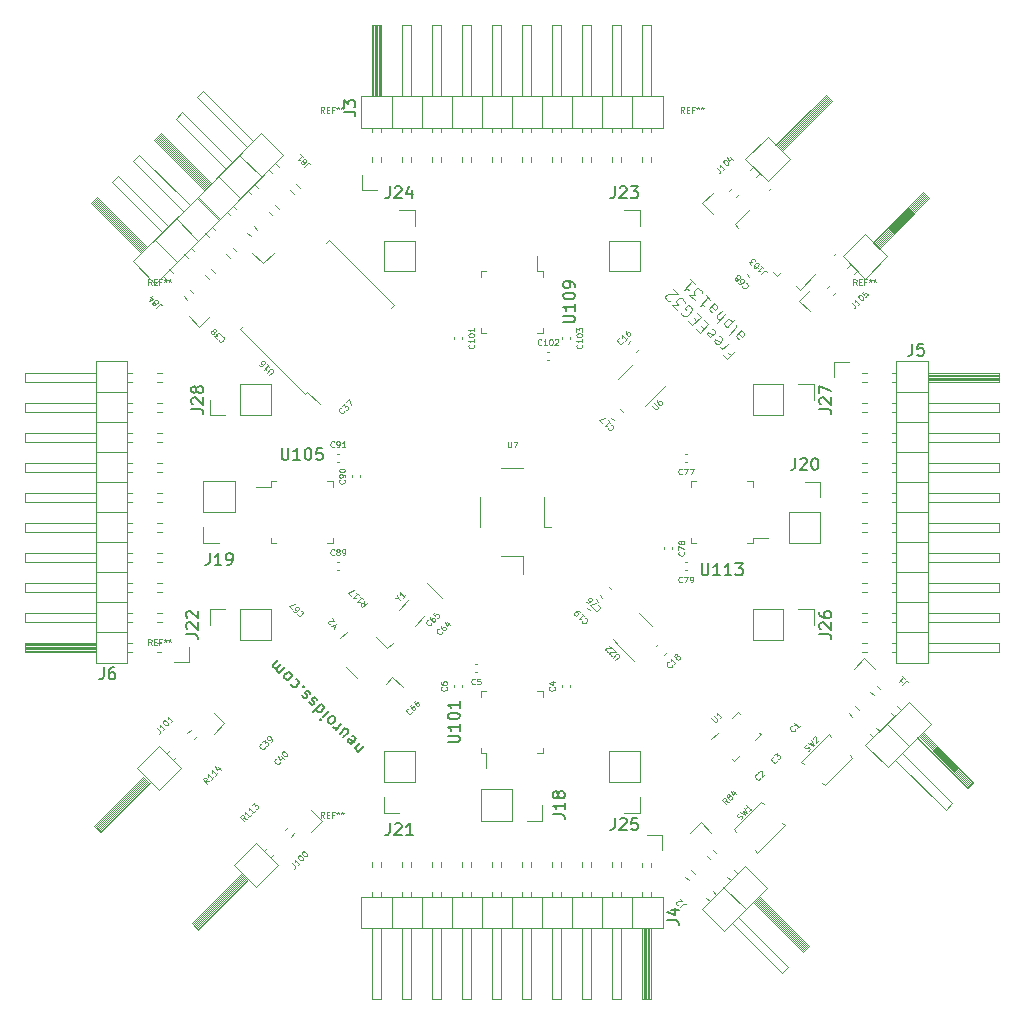
<source format=gbr>
G04 #@! TF.GenerationSoftware,KiCad,Pcbnew,5.99.0-unknown-29c2f3b7d4~131~ubuntu20.04.1*
G04 #@! TF.CreationDate,2021-09-13T23:51:00+03:00*
G04 #@! TF.ProjectId,FreeEEG32-alpha131,46726565-4545-4473-9332-2d616c706861,rev?*
G04 #@! TF.SameCoordinates,Original*
G04 #@! TF.FileFunction,Legend,Top*
G04 #@! TF.FilePolarity,Positive*
%FSLAX46Y46*%
G04 Gerber Fmt 4.6, Leading zero omitted, Abs format (unit mm)*
G04 Created by KiCad (PCBNEW 5.99.0-unknown-29c2f3b7d4~131~ubuntu20.04.1) date 2021-09-13 23:51:00*
%MOMM*%
%LPD*%
G01*
G04 APERTURE LIST*
%ADD10C,0.125000*%
%ADD11C,0.150000*%
%ADD12C,0.075000*%
%ADD13C,0.120000*%
G04 APERTURE END LIST*
D10*
X18280965Y13499577D02*
X18516667Y13263874D01*
X18887057Y13634264D02*
X18179950Y12927157D01*
X17843232Y13263874D01*
X18280965Y14240355D02*
X17809561Y13768951D01*
X17944248Y13903638D02*
X17843232Y13869966D01*
X17775889Y13869966D01*
X17674874Y13903638D01*
X17607530Y13970981D01*
X17540187Y14913790D02*
X17641202Y14880118D01*
X17775889Y14745431D01*
X17809561Y14644416D01*
X17775889Y14543401D01*
X17506515Y14274027D01*
X17405500Y14240355D01*
X17304484Y14274027D01*
X17169797Y14408714D01*
X17136126Y14509729D01*
X17169797Y14610744D01*
X17237141Y14678088D01*
X17641202Y14408714D01*
X16934095Y15519882D02*
X17035110Y15486210D01*
X17169797Y15351523D01*
X17203469Y15250508D01*
X17169797Y15149492D01*
X16900423Y14880118D01*
X16799408Y14846447D01*
X16698393Y14880118D01*
X16563706Y15014805D01*
X16530034Y15115821D01*
X16563706Y15216836D01*
X16631049Y15284179D01*
X17035110Y15014805D01*
X16260660Y15519882D02*
X16024958Y15755584D01*
X16294332Y16226988D02*
X16631049Y15890271D01*
X15923943Y15183164D01*
X15587225Y15519882D01*
X15620897Y16159645D02*
X15385195Y16395347D01*
X15654569Y16866752D02*
X15991286Y16530034D01*
X15284179Y15822927D01*
X14947462Y16159645D01*
X14307699Y16866752D02*
X14341370Y16765736D01*
X14442386Y16664721D01*
X14577073Y16597378D01*
X14711760Y16597378D01*
X14812775Y16631049D01*
X14981134Y16732065D01*
X15082149Y16833080D01*
X15183164Y17001439D01*
X15216836Y17102454D01*
X15216836Y17237141D01*
X15149492Y17371828D01*
X15082149Y17439171D01*
X14947462Y17506515D01*
X14880118Y17506515D01*
X14644416Y17270813D01*
X14779103Y17136126D01*
X14004653Y17102454D02*
X13566920Y17540187D01*
X14071996Y17573858D01*
X13970981Y17674874D01*
X13937309Y17775889D01*
X13937309Y17843232D01*
X13970981Y17944248D01*
X14139340Y18112606D01*
X14240355Y18146278D01*
X14307699Y18146278D01*
X14408714Y18112606D01*
X14610744Y17910576D01*
X14644416Y17809561D01*
X14644416Y17742217D01*
X13364890Y17876904D02*
X13297546Y17876904D01*
X13196531Y17910576D01*
X13028172Y18078935D01*
X12994500Y18179950D01*
X12994500Y18247293D01*
X13028172Y18348309D01*
X13095515Y18415652D01*
X13230203Y18482996D01*
X14038325Y18482996D01*
X13600592Y18920729D01*
X19402571Y15395633D02*
X19032182Y15025244D01*
X18998510Y14924228D01*
X19032182Y14823213D01*
X19166869Y14688526D01*
X19267884Y14654854D01*
X19368900Y15361961D02*
X19469915Y15328289D01*
X19638274Y15159931D01*
X19671945Y15058915D01*
X19638274Y14957900D01*
X19570930Y14890557D01*
X19469915Y14856885D01*
X19368900Y14890557D01*
X19200541Y15058915D01*
X19099526Y15092587D01*
X18964839Y15833366D02*
X18998510Y15732350D01*
X18964839Y15631335D01*
X18358747Y15025244D01*
X18224060Y15631335D02*
X18931167Y16338442D01*
X18257732Y15665007D02*
X18156717Y15698679D01*
X18022030Y15833366D01*
X17988358Y15934381D01*
X17988358Y16001724D01*
X18022030Y16102740D01*
X18224060Y16304770D01*
X18325075Y16338442D01*
X18392419Y16338442D01*
X18493434Y16304770D01*
X18628121Y16170083D01*
X18661793Y16069068D01*
X18055701Y16742503D02*
X17348595Y16035396D01*
X17752656Y17045549D02*
X17382266Y16675159D01*
X17348595Y16574144D01*
X17382266Y16473129D01*
X17483282Y16372114D01*
X17584297Y16338442D01*
X17651640Y16338442D01*
X17112892Y17685312D02*
X16742503Y17314923D01*
X16708831Y17213908D01*
X16742503Y17112892D01*
X16877190Y16978205D01*
X16978205Y16944533D01*
X17079221Y17651640D02*
X17180236Y17617969D01*
X17348595Y17449610D01*
X17382266Y17348595D01*
X17348595Y17247579D01*
X17281251Y17180236D01*
X17180236Y17146564D01*
X17079221Y17180236D01*
X16910862Y17348595D01*
X16809846Y17382266D01*
X16405785Y18392419D02*
X16809846Y17988358D01*
X16607816Y18190388D02*
X15900709Y17483282D01*
X16069068Y17516953D01*
X16203755Y17516953D01*
X16304770Y17483282D01*
X15462976Y17921014D02*
X15025244Y18358747D01*
X15530320Y18392419D01*
X15429305Y18493434D01*
X15395633Y18594449D01*
X15395633Y18661793D01*
X15429305Y18762808D01*
X15597663Y18931167D01*
X15698679Y18964839D01*
X15766022Y18964839D01*
X15867037Y18931167D01*
X16069068Y18729136D01*
X16102740Y18628121D01*
X16102740Y18560778D01*
X15058915Y19739289D02*
X15462976Y19335228D01*
X15260946Y19537258D02*
X14553839Y18830152D01*
X14722198Y18863823D01*
X14856885Y18863823D01*
X14957900Y18830152D01*
D11*
X-13024973Y-20293300D02*
X-12553569Y-19821895D01*
X-12957630Y-20225956D02*
X-13024973Y-20225956D01*
X-13125988Y-20192284D01*
X-13227004Y-20091269D01*
X-13260675Y-19990254D01*
X-13227004Y-19889239D01*
X-12856614Y-19518849D01*
X-13496378Y-18946429D02*
X-13395362Y-18980101D01*
X-13260675Y-19114788D01*
X-13227004Y-19215803D01*
X-13260675Y-19316819D01*
X-13530049Y-19586193D01*
X-13631065Y-19619865D01*
X-13732080Y-19586193D01*
X-13866767Y-19451506D01*
X-13900439Y-19350491D01*
X-13866767Y-19249475D01*
X-13799424Y-19182132D01*
X-13395362Y-19451506D01*
X-14573874Y-18744399D02*
X-14102469Y-18272994D01*
X-14270828Y-19047445D02*
X-13900439Y-18677055D01*
X-13866767Y-18576040D01*
X-13900439Y-18475025D01*
X-14001454Y-18374010D01*
X-14102469Y-18340338D01*
X-14169813Y-18340338D01*
X-14439187Y-17936277D02*
X-14910591Y-18407681D01*
X-14775904Y-18272994D02*
X-14876920Y-18306666D01*
X-14944263Y-18306666D01*
X-15045278Y-18272994D01*
X-15112622Y-18205651D01*
X-14977935Y-17397529D02*
X-14944263Y-17498544D01*
X-14944263Y-17565888D01*
X-14977935Y-17666903D01*
X-15179965Y-17868933D01*
X-15280981Y-17902605D01*
X-15348324Y-17902605D01*
X-15449339Y-17868933D01*
X-15550355Y-17767918D01*
X-15584026Y-17666903D01*
X-15584026Y-17599559D01*
X-15550355Y-17498544D01*
X-15348324Y-17296514D01*
X-15247309Y-17262842D01*
X-15179965Y-17262842D01*
X-15078950Y-17296514D01*
X-14977935Y-17397529D01*
X-15516683Y-16858781D02*
X-15988087Y-17330185D01*
X-16223790Y-17565888D02*
X-16156446Y-17565888D01*
X-16156446Y-17498544D01*
X-16223790Y-17498544D01*
X-16223790Y-17565888D01*
X-16156446Y-17498544D01*
X-16156446Y-16219018D02*
X-16863553Y-16926124D01*
X-16190118Y-16252689D02*
X-16089103Y-16286361D01*
X-15954416Y-16421048D01*
X-15920744Y-16522063D01*
X-15920744Y-16589407D01*
X-15954416Y-16690422D01*
X-16156446Y-16892453D01*
X-16257461Y-16926124D01*
X-16324805Y-16926124D01*
X-16425820Y-16892453D01*
X-16560507Y-16757766D01*
X-16594179Y-16656750D01*
X-16493164Y-15949644D02*
X-16526835Y-15848628D01*
X-16661522Y-15713941D01*
X-16762538Y-15680270D01*
X-16863553Y-15713941D01*
X-16897225Y-15747613D01*
X-16930896Y-15848628D01*
X-16897225Y-15949644D01*
X-16796209Y-16050659D01*
X-16762538Y-16151674D01*
X-16796209Y-16252689D01*
X-16829881Y-16286361D01*
X-16930896Y-16320033D01*
X-17031912Y-16286361D01*
X-17132927Y-16185346D01*
X-17166599Y-16084331D01*
X-17065583Y-15377224D02*
X-17099255Y-15276209D01*
X-17233942Y-15141522D01*
X-17334957Y-15107850D01*
X-17435973Y-15141522D01*
X-17469644Y-15175193D01*
X-17503316Y-15276209D01*
X-17469644Y-15377224D01*
X-17368629Y-15478239D01*
X-17334957Y-15579254D01*
X-17368629Y-15680270D01*
X-17402301Y-15713941D01*
X-17503316Y-15747613D01*
X-17604331Y-15713941D01*
X-17705347Y-15612926D01*
X-17739018Y-15511911D01*
X-17705347Y-14804804D02*
X-17705347Y-14737461D01*
X-17638003Y-14737461D01*
X-17638003Y-14804804D01*
X-17705347Y-14804804D01*
X-17638003Y-14737461D01*
X-18311438Y-14131369D02*
X-18210423Y-14165041D01*
X-18075736Y-14299728D01*
X-18042064Y-14400743D01*
X-18042064Y-14468087D01*
X-18075736Y-14569102D01*
X-18277766Y-14771132D01*
X-18378782Y-14804804D01*
X-18446125Y-14804804D01*
X-18547140Y-14771132D01*
X-18681827Y-14636445D01*
X-18715499Y-14535430D01*
X-18681827Y-13693636D02*
X-18648156Y-13794652D01*
X-18648156Y-13861995D01*
X-18681827Y-13963010D01*
X-18883858Y-14165041D01*
X-18984873Y-14198713D01*
X-19052217Y-14198713D01*
X-19153232Y-14165041D01*
X-19254247Y-14064026D01*
X-19287919Y-13963010D01*
X-19287919Y-13895667D01*
X-19254247Y-13794652D01*
X-19052217Y-13592621D01*
X-18951201Y-13558949D01*
X-18883858Y-13558949D01*
X-18782843Y-13592621D01*
X-18681827Y-13693636D01*
X-19220575Y-13154888D02*
X-19691980Y-13626293D01*
X-19624637Y-13558949D02*
X-19691980Y-13558949D01*
X-19792995Y-13525277D01*
X-19894011Y-13424262D01*
X-19927682Y-13323247D01*
X-19894011Y-13222232D01*
X-19523621Y-12851842D01*
X-19894011Y-13222232D02*
X-19995026Y-13255903D01*
X-20096041Y-13222232D01*
X-20197056Y-13121216D01*
X-20230728Y-13020201D01*
X-20197056Y-12919186D01*
X-19826667Y-12548797D01*
X16065714Y-4332380D02*
X16065714Y-5141904D01*
X16113333Y-5237142D01*
X16160952Y-5284761D01*
X16256190Y-5332380D01*
X16446666Y-5332380D01*
X16541904Y-5284761D01*
X16589523Y-5237142D01*
X16637142Y-5141904D01*
X16637142Y-4332380D01*
X17637142Y-5332380D02*
X17065714Y-5332380D01*
X17351428Y-5332380D02*
X17351428Y-4332380D01*
X17256190Y-4475238D01*
X17160952Y-4570476D01*
X17065714Y-4618095D01*
X18589523Y-5332380D02*
X18018095Y-5332380D01*
X18303809Y-5332380D02*
X18303809Y-4332380D01*
X18208571Y-4475238D01*
X18113333Y-4570476D01*
X18018095Y-4618095D01*
X18922857Y-4332380D02*
X19541904Y-4332380D01*
X19208571Y-4713333D01*
X19351428Y-4713333D01*
X19446666Y-4760952D01*
X19494285Y-4808571D01*
X19541904Y-4903809D01*
X19541904Y-5141904D01*
X19494285Y-5237142D01*
X19446666Y-5284761D01*
X19351428Y-5332380D01*
X19065714Y-5332380D01*
X18970476Y-5284761D01*
X18922857Y-5237142D01*
D12*
X16895882Y-17442092D02*
X17182092Y-17728302D01*
X17232599Y-17745138D01*
X17266271Y-17745138D01*
X17316779Y-17728302D01*
X17384122Y-17660958D01*
X17400958Y-17610451D01*
X17400958Y-17576779D01*
X17384122Y-17526271D01*
X17097912Y-17240061D01*
X17805019Y-17240061D02*
X17602989Y-17442092D01*
X17704004Y-17341077D02*
X17350451Y-16987523D01*
X17367286Y-17071703D01*
X17367286Y-17139046D01*
X17350451Y-17189554D01*
X-24538446Y14884984D02*
X-24504774Y14884984D01*
X-24437431Y14851312D01*
X-24403759Y14817641D01*
X-24370087Y14750297D01*
X-24370087Y14682954D01*
X-24386923Y14632446D01*
X-24437431Y14548267D01*
X-24487938Y14497759D01*
X-24572118Y14447251D01*
X-24622625Y14430416D01*
X-24689969Y14430416D01*
X-24757312Y14464087D01*
X-24790984Y14497759D01*
X-24824656Y14565103D01*
X-24824656Y14598774D01*
X-24976179Y14682954D02*
X-25195045Y14901820D01*
X-24942507Y14918656D01*
X-24993015Y14969164D01*
X-25009851Y15019671D01*
X-25009851Y15053343D01*
X-24993015Y15103851D01*
X-24908835Y15188030D01*
X-24858328Y15204866D01*
X-24824656Y15204866D01*
X-24774148Y15188030D01*
X-24673133Y15087015D01*
X-24656297Y15036507D01*
X-24656297Y15002835D01*
X-25245553Y15255374D02*
X-25228717Y15204866D01*
X-25228717Y15171194D01*
X-25245553Y15120687D01*
X-25262389Y15103851D01*
X-25312896Y15087015D01*
X-25346568Y15087015D01*
X-25397076Y15103851D01*
X-25464419Y15171194D01*
X-25481255Y15221702D01*
X-25481255Y15255374D01*
X-25464419Y15305881D01*
X-25447583Y15322717D01*
X-25397076Y15339553D01*
X-25363404Y15339553D01*
X-25312896Y15322717D01*
X-25245553Y15255374D01*
X-25195045Y15238538D01*
X-25161374Y15238538D01*
X-25110866Y15255374D01*
X-25043522Y15322717D01*
X-25026687Y15373225D01*
X-25026687Y15406896D01*
X-25043522Y15457404D01*
X-25110866Y15524748D01*
X-25161374Y15541583D01*
X-25195045Y15541583D01*
X-25245553Y15524748D01*
X-25312896Y15457404D01*
X-25329732Y15406896D01*
X-25329732Y15373225D01*
X-25312896Y15322717D01*
X-8483015Y-16914353D02*
X-8483015Y-16948025D01*
X-8516687Y-17015368D01*
X-8550358Y-17049040D01*
X-8617702Y-17082712D01*
X-8685045Y-17082712D01*
X-8735553Y-17065876D01*
X-8819732Y-17015368D01*
X-8870240Y-16964861D01*
X-8920748Y-16880681D01*
X-8937583Y-16830174D01*
X-8937583Y-16762830D01*
X-8903912Y-16695487D01*
X-8870240Y-16661815D01*
X-8802896Y-16628143D01*
X-8769225Y-16628143D01*
X-8499851Y-16291425D02*
X-8567194Y-16358769D01*
X-8584030Y-16409277D01*
X-8584030Y-16442948D01*
X-8567194Y-16527128D01*
X-8516687Y-16611307D01*
X-8382000Y-16745994D01*
X-8331492Y-16762830D01*
X-8297820Y-16762830D01*
X-8247312Y-16745994D01*
X-8179969Y-16678651D01*
X-8163133Y-16628143D01*
X-8163133Y-16594471D01*
X-8179969Y-16543964D01*
X-8264148Y-16459784D01*
X-8314656Y-16442948D01*
X-8348328Y-16442948D01*
X-8398835Y-16459784D01*
X-8466179Y-16527128D01*
X-8483015Y-16577635D01*
X-8483015Y-16611307D01*
X-8466179Y-16661815D01*
X-8163133Y-15954708D02*
X-8230477Y-16022051D01*
X-8247312Y-16072559D01*
X-8247312Y-16106231D01*
X-8230477Y-16190410D01*
X-8179969Y-16274590D01*
X-8045282Y-16409277D01*
X-7994774Y-16426112D01*
X-7961103Y-16426112D01*
X-7910595Y-16409277D01*
X-7843251Y-16341933D01*
X-7826416Y-16291425D01*
X-7826416Y-16257754D01*
X-7843251Y-16207246D01*
X-7927431Y-16123067D01*
X-7977938Y-16106231D01*
X-8011610Y-16106231D01*
X-8062118Y-16123067D01*
X-8129461Y-16190410D01*
X-8146297Y-16240918D01*
X-8146297Y-16274590D01*
X-8129461Y-16325097D01*
X9384832Y14421729D02*
X9384832Y14388057D01*
X9351160Y14320714D01*
X9317489Y14287042D01*
X9250145Y14253370D01*
X9182802Y14253370D01*
X9132294Y14270206D01*
X9048115Y14320714D01*
X8997607Y14371221D01*
X8947099Y14455401D01*
X8930264Y14505908D01*
X8930264Y14573252D01*
X8963935Y14640595D01*
X8997607Y14674267D01*
X9064951Y14707939D01*
X9098622Y14707939D01*
X9755222Y14724775D02*
X9553191Y14522744D01*
X9654206Y14623760D02*
X9300653Y14977313D01*
X9317489Y14893134D01*
X9317489Y14825790D01*
X9300653Y14775283D01*
X9704714Y15381374D02*
X9637370Y15314031D01*
X9620535Y15263523D01*
X9620535Y15229851D01*
X9637370Y15145672D01*
X9687878Y15061492D01*
X9822565Y14926805D01*
X9873073Y14909970D01*
X9906744Y14909970D01*
X9957252Y14926805D01*
X10024596Y14994149D01*
X10041431Y15044657D01*
X10041431Y15078328D01*
X10024596Y15128836D01*
X9940416Y15213015D01*
X9889909Y15229851D01*
X9856237Y15229851D01*
X9805729Y15213015D01*
X9738386Y15145672D01*
X9721550Y15095164D01*
X9721550Y15061492D01*
X9738386Y15010985D01*
X18347656Y-24517225D02*
X18061446Y-24466717D01*
X18145625Y-24719255D02*
X17792072Y-24365702D01*
X17926759Y-24231015D01*
X17977267Y-24214179D01*
X18010938Y-24214179D01*
X18061446Y-24231015D01*
X18111954Y-24281522D01*
X18128790Y-24332030D01*
X18128790Y-24365702D01*
X18111954Y-24416209D01*
X17977267Y-24550896D01*
X18347656Y-24113164D02*
X18297148Y-24130000D01*
X18263477Y-24130000D01*
X18212969Y-24113164D01*
X18196133Y-24096328D01*
X18179297Y-24045820D01*
X18179297Y-24012148D01*
X18196133Y-23961641D01*
X18263477Y-23894297D01*
X18313984Y-23877461D01*
X18347656Y-23877461D01*
X18398164Y-23894297D01*
X18415000Y-23911133D01*
X18431835Y-23961641D01*
X18431835Y-23995312D01*
X18415000Y-24045820D01*
X18347656Y-24113164D01*
X18330820Y-24163671D01*
X18330820Y-24197343D01*
X18347656Y-24247851D01*
X18415000Y-24315194D01*
X18465507Y-24332030D01*
X18499179Y-24332030D01*
X18549687Y-24315194D01*
X18617030Y-24247851D01*
X18633866Y-24197343D01*
X18633866Y-24163671D01*
X18617030Y-24113164D01*
X18549687Y-24045820D01*
X18499179Y-24028984D01*
X18465507Y-24028984D01*
X18415000Y-24045820D01*
X18751717Y-23641759D02*
X18987419Y-23877461D01*
X18532851Y-23591251D02*
X18701209Y-23927969D01*
X18920076Y-23709103D01*
X-22460702Y-25955583D02*
X-22746912Y-25905076D01*
X-22662732Y-26157614D02*
X-23016286Y-25804061D01*
X-22881599Y-25669374D01*
X-22831091Y-25652538D01*
X-22797419Y-25652538D01*
X-22746912Y-25669374D01*
X-22696404Y-25719881D01*
X-22679568Y-25770389D01*
X-22679568Y-25804061D01*
X-22696404Y-25854568D01*
X-22831091Y-25989255D01*
X-22123984Y-25618866D02*
X-22326015Y-25820896D01*
X-22224999Y-25719881D02*
X-22578553Y-25366328D01*
X-22561717Y-25450507D01*
X-22561717Y-25517851D01*
X-22578553Y-25568358D01*
X-21787267Y-25282148D02*
X-21989297Y-25484179D01*
X-21888282Y-25383164D02*
X-22241835Y-25029610D01*
X-22224999Y-25113790D01*
X-22224999Y-25181133D01*
X-22241835Y-25231641D01*
X-22022969Y-24810744D02*
X-21804103Y-24591877D01*
X-21787267Y-24844416D01*
X-21736759Y-24793908D01*
X-21686251Y-24777072D01*
X-21652580Y-24777072D01*
X-21602072Y-24793908D01*
X-21517893Y-24878087D01*
X-21501057Y-24928595D01*
X-21501057Y-24962267D01*
X-21517893Y-25012774D01*
X-21618908Y-25113790D01*
X-21669416Y-25130625D01*
X-21703087Y-25130625D01*
X17349716Y29166941D02*
X17602254Y28914403D01*
X17635926Y28847060D01*
X17635926Y28779716D01*
X17602254Y28712373D01*
X17568583Y28678701D01*
X18056823Y29166941D02*
X17854793Y28964911D01*
X17955808Y29065926D02*
X17602254Y29419480D01*
X17619090Y29335300D01*
X17619090Y29267957D01*
X17602254Y29217449D01*
X17922136Y29739361D02*
X17955808Y29773033D01*
X18006315Y29789869D01*
X18039987Y29789869D01*
X18090495Y29773033D01*
X18174674Y29722525D01*
X18258854Y29638346D01*
X18309361Y29554167D01*
X18326197Y29503659D01*
X18326197Y29469987D01*
X18309361Y29419480D01*
X18275689Y29385808D01*
X18225182Y29368972D01*
X18191510Y29368972D01*
X18141002Y29385808D01*
X18056823Y29436315D01*
X17972644Y29520495D01*
X17922136Y29604674D01*
X17905300Y29655182D01*
X17905300Y29688854D01*
X17922136Y29739361D01*
X18460884Y30042407D02*
X18696586Y29806705D01*
X18242018Y30092915D02*
X18410376Y29756197D01*
X18629243Y29975063D01*
X-20929015Y-19911553D02*
X-20929015Y-19945225D01*
X-20962687Y-20012568D01*
X-20996358Y-20046240D01*
X-21063702Y-20079912D01*
X-21131045Y-20079912D01*
X-21181553Y-20063076D01*
X-21265732Y-20012568D01*
X-21316240Y-19962061D01*
X-21366748Y-19877881D01*
X-21383583Y-19827374D01*
X-21383583Y-19760030D01*
X-21349912Y-19692687D01*
X-21316240Y-19659015D01*
X-21248896Y-19625343D01*
X-21215225Y-19625343D01*
X-21131045Y-19473820D02*
X-20912179Y-19254954D01*
X-20895343Y-19507492D01*
X-20844835Y-19456984D01*
X-20794328Y-19440148D01*
X-20760656Y-19440148D01*
X-20710148Y-19456984D01*
X-20625969Y-19541164D01*
X-20609133Y-19591671D01*
X-20609133Y-19625343D01*
X-20625969Y-19675851D01*
X-20726984Y-19776866D01*
X-20777492Y-19793702D01*
X-20811164Y-19793702D01*
X-20390267Y-19440148D02*
X-20322923Y-19372805D01*
X-20306087Y-19322297D01*
X-20306087Y-19288625D01*
X-20322923Y-19204446D01*
X-20373431Y-19120267D01*
X-20508118Y-18985580D01*
X-20558625Y-18968744D01*
X-20592297Y-18968744D01*
X-20642805Y-18985580D01*
X-20710148Y-19052923D01*
X-20726984Y-19103431D01*
X-20726984Y-19137103D01*
X-20710148Y-19187610D01*
X-20625969Y-19271790D01*
X-20575461Y-19288625D01*
X-20541790Y-19288625D01*
X-20491282Y-19271790D01*
X-20423938Y-19204446D01*
X-20407103Y-19153938D01*
X-20407103Y-19120267D01*
X-20423938Y-19069759D01*
X-5917615Y-10157953D02*
X-5917615Y-10191625D01*
X-5951287Y-10258968D01*
X-5984958Y-10292640D01*
X-6052302Y-10326312D01*
X-6119645Y-10326312D01*
X-6170153Y-10309476D01*
X-6254332Y-10258968D01*
X-6304840Y-10208461D01*
X-6355348Y-10124281D01*
X-6372183Y-10073774D01*
X-6372183Y-10006430D01*
X-6338512Y-9939087D01*
X-6304840Y-9905415D01*
X-6237496Y-9871743D01*
X-6203825Y-9871743D01*
X-5934451Y-9535025D02*
X-6001794Y-9602369D01*
X-6018630Y-9652877D01*
X-6018630Y-9686548D01*
X-6001794Y-9770728D01*
X-5951287Y-9854907D01*
X-5816600Y-9989594D01*
X-5766092Y-10006430D01*
X-5732420Y-10006430D01*
X-5681912Y-9989594D01*
X-5614569Y-9922251D01*
X-5597733Y-9871743D01*
X-5597733Y-9838071D01*
X-5614569Y-9787564D01*
X-5698748Y-9703384D01*
X-5749256Y-9686548D01*
X-5782928Y-9686548D01*
X-5833435Y-9703384D01*
X-5900779Y-9770728D01*
X-5917615Y-9821235D01*
X-5917615Y-9854907D01*
X-5900779Y-9905415D01*
X-5479882Y-9316159D02*
X-5244180Y-9551861D01*
X-5698748Y-9265651D02*
X-5530390Y-9602369D01*
X-5311523Y-9383503D01*
X11856013Y9017438D02*
X12142223Y8731228D01*
X12192730Y8714392D01*
X12226402Y8714392D01*
X12276910Y8731228D01*
X12344253Y8798572D01*
X12361089Y8849079D01*
X12361089Y8882751D01*
X12344253Y8933259D01*
X12058043Y9219469D01*
X12377925Y9539350D02*
X12310582Y9472007D01*
X12293746Y9421499D01*
X12293746Y9387827D01*
X12310582Y9303648D01*
X12361089Y9219469D01*
X12495776Y9084782D01*
X12546284Y9067946D01*
X12579956Y9067946D01*
X12630463Y9084782D01*
X12697807Y9152125D01*
X12714643Y9202633D01*
X12714643Y9236304D01*
X12697807Y9286812D01*
X12613627Y9370991D01*
X12563120Y9387827D01*
X12529448Y9387827D01*
X12478940Y9370991D01*
X12411597Y9303648D01*
X12394761Y9253140D01*
X12394761Y9219469D01*
X12411597Y9168961D01*
X24005028Y-18396994D02*
X24005028Y-18430666D01*
X23971356Y-18498009D01*
X23937685Y-18531681D01*
X23870341Y-18565353D01*
X23802997Y-18565353D01*
X23752490Y-18548517D01*
X23668310Y-18498009D01*
X23617803Y-18447502D01*
X23567295Y-18363322D01*
X23550459Y-18312815D01*
X23550459Y-18245471D01*
X23584131Y-18178128D01*
X23617803Y-18144456D01*
X23685146Y-18110784D01*
X23718818Y-18110784D01*
X24375417Y-18093948D02*
X24173387Y-18295979D01*
X24274402Y-18194964D02*
X23920849Y-17841410D01*
X23937685Y-17925590D01*
X23937685Y-17992933D01*
X23920849Y-18043441D01*
X-14987840Y-9577193D02*
X-14819481Y-9408834D01*
X-15055183Y-9880239D02*
X-14987840Y-9577193D01*
X-15290885Y-9644537D01*
X-15358229Y-9509850D02*
X-15391901Y-9509850D01*
X-15442408Y-9493014D01*
X-15526588Y-9408834D01*
X-15543424Y-9358327D01*
X-15543424Y-9324655D01*
X-15526588Y-9274147D01*
X-15492916Y-9240476D01*
X-15425572Y-9206804D01*
X-15021511Y-9206804D01*
X-15240378Y-8987938D01*
X-17883646Y-8330615D02*
X-17849974Y-8330615D01*
X-17782631Y-8364287D01*
X-17748959Y-8397958D01*
X-17715287Y-8465302D01*
X-17715287Y-8532645D01*
X-17732123Y-8583153D01*
X-17782631Y-8667332D01*
X-17833138Y-8717840D01*
X-17917318Y-8768348D01*
X-17967825Y-8785183D01*
X-18035169Y-8785183D01*
X-18102512Y-8751512D01*
X-18136184Y-8717840D01*
X-18169856Y-8650496D01*
X-18169856Y-8616825D01*
X-18506574Y-8347451D02*
X-18439230Y-8414794D01*
X-18388722Y-8431630D01*
X-18355051Y-8431630D01*
X-18270871Y-8414794D01*
X-18186692Y-8364287D01*
X-18052005Y-8229600D01*
X-18035169Y-8179092D01*
X-18035169Y-8145420D01*
X-18052005Y-8094912D01*
X-18119348Y-8027569D01*
X-18169856Y-8010733D01*
X-18203528Y-8010733D01*
X-18254035Y-8027569D01*
X-18338215Y-8111748D01*
X-18355051Y-8162256D01*
X-18355051Y-8195928D01*
X-18338215Y-8246435D01*
X-18270871Y-8313779D01*
X-18220364Y-8330615D01*
X-18186692Y-8330615D01*
X-18136184Y-8313779D01*
X-18658096Y-8195928D02*
X-18893799Y-7960225D01*
X-18388722Y-7758195D01*
X19800927Y19397158D02*
X19834599Y19397158D01*
X19901942Y19363486D01*
X19935614Y19329815D01*
X19969286Y19262471D01*
X19969286Y19195128D01*
X19952450Y19144620D01*
X19901942Y19060441D01*
X19851435Y19009933D01*
X19767255Y18959425D01*
X19716748Y18942590D01*
X19649404Y18942590D01*
X19582061Y18976261D01*
X19548389Y19009933D01*
X19514717Y19077277D01*
X19514717Y19110948D01*
X19177999Y19380322D02*
X19245343Y19312979D01*
X19295851Y19296143D01*
X19329522Y19296143D01*
X19413702Y19312979D01*
X19497881Y19363486D01*
X19632568Y19498174D01*
X19649404Y19548681D01*
X19649404Y19582353D01*
X19632568Y19632861D01*
X19565225Y19700204D01*
X19514717Y19717040D01*
X19481045Y19717040D01*
X19430538Y19700204D01*
X19346358Y19616025D01*
X19329522Y19565517D01*
X19329522Y19531845D01*
X19346358Y19481338D01*
X19413702Y19413994D01*
X19464209Y19397158D01*
X19497881Y19397158D01*
X19548389Y19413994D01*
X19093820Y19767548D02*
X19110656Y19717040D01*
X19110656Y19683368D01*
X19093820Y19632861D01*
X19076984Y19616025D01*
X19026477Y19599189D01*
X18992805Y19599189D01*
X18942297Y19616025D01*
X18874954Y19683368D01*
X18858118Y19733876D01*
X18858118Y19767548D01*
X18874954Y19818055D01*
X18891790Y19834891D01*
X18942297Y19851727D01*
X18975969Y19851727D01*
X19026477Y19834891D01*
X19093820Y19767548D01*
X19144328Y19750712D01*
X19177999Y19750712D01*
X19228507Y19767548D01*
X19295851Y19834891D01*
X19312686Y19885399D01*
X19312686Y19919070D01*
X19295851Y19969578D01*
X19228507Y20036922D01*
X19177999Y20053757D01*
X19144328Y20053757D01*
X19093820Y20036922D01*
X19026477Y19969578D01*
X19009641Y19919070D01*
X19009641Y19885399D01*
X19026477Y19834891D01*
X21088956Y20129018D02*
X21341494Y20381556D01*
X21408837Y20415228D01*
X21476181Y20415228D01*
X21543524Y20381556D01*
X21577196Y20347885D01*
X21088956Y20836125D02*
X21290986Y20634095D01*
X21189971Y20735110D02*
X20836417Y20381556D01*
X20920597Y20398392D01*
X20987940Y20398392D01*
X21038448Y20381556D01*
X20516536Y20701438D02*
X20482864Y20735110D01*
X20466028Y20785617D01*
X20466028Y20819289D01*
X20482864Y20869797D01*
X20533372Y20953976D01*
X20617551Y21038156D01*
X20701730Y21088663D01*
X20752238Y21105499D01*
X20785910Y21105499D01*
X20836417Y21088663D01*
X20870089Y21054991D01*
X20886925Y21004484D01*
X20886925Y20970812D01*
X20870089Y20920304D01*
X20819582Y20836125D01*
X20735402Y20751946D01*
X20651223Y20701438D01*
X20600715Y20684602D01*
X20567043Y20684602D01*
X20516536Y20701438D01*
X20280834Y20937140D02*
X20061967Y21156007D01*
X20314505Y21172843D01*
X20263998Y21223350D01*
X20247162Y21273858D01*
X20247162Y21307530D01*
X20263998Y21358037D01*
X20348177Y21442217D01*
X20398685Y21459052D01*
X20432356Y21459052D01*
X20482864Y21442217D01*
X20583879Y21341201D01*
X20600715Y21290694D01*
X20600715Y21257022D01*
X28779716Y17736941D02*
X29032254Y17484403D01*
X29065926Y17417060D01*
X29065926Y17349716D01*
X29032254Y17282373D01*
X28998583Y17248701D01*
X29486823Y17736941D02*
X29284793Y17534911D01*
X29385808Y17635926D02*
X29032254Y17989480D01*
X29049090Y17905300D01*
X29049090Y17837957D01*
X29032254Y17787449D01*
X29352136Y18309361D02*
X29385808Y18343033D01*
X29436315Y18359869D01*
X29469987Y18359869D01*
X29520495Y18343033D01*
X29604674Y18292525D01*
X29688854Y18208346D01*
X29739361Y18124167D01*
X29756197Y18073659D01*
X29756197Y18039987D01*
X29739361Y17989480D01*
X29705689Y17955808D01*
X29655182Y17938972D01*
X29621510Y17938972D01*
X29571002Y17955808D01*
X29486823Y18006315D01*
X29402644Y18090495D01*
X29352136Y18174674D01*
X29335300Y18225182D01*
X29335300Y18258854D01*
X29352136Y18309361D01*
X29789869Y18747094D02*
X29621510Y18578735D01*
X29773033Y18393541D01*
X29773033Y18427212D01*
X29789869Y18477720D01*
X29874048Y18561899D01*
X29924556Y18578735D01*
X29958228Y18578735D01*
X30008735Y18561899D01*
X30092915Y18477720D01*
X30109750Y18427212D01*
X30109750Y18393541D01*
X30092915Y18343033D01*
X30008735Y18258854D01*
X29958228Y18242018D01*
X29924556Y18242018D01*
X19356700Y-26014509D02*
X19424043Y-25980837D01*
X19508223Y-25896658D01*
X19525059Y-25846150D01*
X19525059Y-25812478D01*
X19508223Y-25761971D01*
X19474551Y-25728299D01*
X19424043Y-25711463D01*
X19390372Y-25711463D01*
X19339864Y-25728299D01*
X19255685Y-25778807D01*
X19205177Y-25795643D01*
X19171505Y-25795643D01*
X19120998Y-25778807D01*
X19087326Y-25745135D01*
X19070490Y-25694627D01*
X19070490Y-25660956D01*
X19087326Y-25610448D01*
X19171505Y-25526269D01*
X19238849Y-25492597D01*
X19339864Y-25357910D02*
X19777597Y-25627284D01*
X19592402Y-25307402D01*
X19912284Y-25492597D01*
X19642910Y-25054864D01*
X20316345Y-25088536D02*
X20114314Y-25290566D01*
X20215330Y-25189551D02*
X19861776Y-24835998D01*
X19878612Y-24920177D01*
X19878612Y-24987521D01*
X19861776Y-25038028D01*
X-9625576Y-7297340D02*
X-9457217Y-7465699D01*
X-9928622Y-7229997D02*
X-9625576Y-7297340D01*
X-9692920Y-6994295D01*
X-9036321Y-7044802D02*
X-9238351Y-7246833D01*
X-9137336Y-7145817D02*
X-9490889Y-6792264D01*
X-9474053Y-6876443D01*
X-9474053Y-6943787D01*
X-9490889Y-6994295D01*
X-18646079Y-29688854D02*
X-18393541Y-29941392D01*
X-18359869Y-30008735D01*
X-18359869Y-30076079D01*
X-18393541Y-30143422D01*
X-18427212Y-30177094D01*
X-17938972Y-29688854D02*
X-18141002Y-29890884D01*
X-18039987Y-29789869D02*
X-18393541Y-29436315D01*
X-18376705Y-29520495D01*
X-18376705Y-29587838D01*
X-18393541Y-29638346D01*
X-18073659Y-29116434D02*
X-18039987Y-29082762D01*
X-17989480Y-29065926D01*
X-17955808Y-29065926D01*
X-17905300Y-29082762D01*
X-17821121Y-29133270D01*
X-17736941Y-29217449D01*
X-17686434Y-29301628D01*
X-17669598Y-29352136D01*
X-17669598Y-29385808D01*
X-17686434Y-29436315D01*
X-17720106Y-29469987D01*
X-17770613Y-29486823D01*
X-17804285Y-29486823D01*
X-17854793Y-29469987D01*
X-17938972Y-29419480D01*
X-18023151Y-29335300D01*
X-18073659Y-29251121D01*
X-18090495Y-29200613D01*
X-18090495Y-29166941D01*
X-18073659Y-29116434D01*
X-17736941Y-28779716D02*
X-17703270Y-28746045D01*
X-17652762Y-28729209D01*
X-17619090Y-28729209D01*
X-17568583Y-28746045D01*
X-17484403Y-28796552D01*
X-17400224Y-28880732D01*
X-17349716Y-28964911D01*
X-17332880Y-29015419D01*
X-17332880Y-29049090D01*
X-17349716Y-29099598D01*
X-17383388Y-29133270D01*
X-17433896Y-29150106D01*
X-17467567Y-29150106D01*
X-17518075Y-29133270D01*
X-17602254Y-29082762D01*
X-17686434Y-28998583D01*
X-17736941Y-28914403D01*
X-17753777Y-28863896D01*
X-17753777Y-28830224D01*
X-17736941Y-28779716D01*
X-338863Y5974656D02*
X-338863Y5569894D01*
X-315053Y5522275D01*
X-291244Y5498466D01*
X-243625Y5474656D01*
X-148387Y5474656D01*
X-100768Y5498466D01*
X-76958Y5522275D01*
X-53149Y5569894D01*
X-53149Y5974656D01*
X137327Y5974656D02*
X470660Y5974656D01*
X256374Y5474656D01*
X-19659015Y-21181553D02*
X-19659015Y-21215225D01*
X-19692687Y-21282568D01*
X-19726358Y-21316240D01*
X-19793702Y-21349912D01*
X-19861045Y-21349912D01*
X-19911553Y-21333076D01*
X-19995732Y-21282568D01*
X-20046240Y-21232061D01*
X-20096748Y-21147881D01*
X-20113583Y-21097374D01*
X-20113583Y-21030030D01*
X-20079912Y-20962687D01*
X-20046240Y-20929015D01*
X-19978896Y-20895343D01*
X-19945225Y-20895343D01*
X-19558000Y-20676477D02*
X-19322297Y-20912179D01*
X-19776866Y-20625969D02*
X-19608507Y-20962687D01*
X-19389641Y-20743820D01*
X-19423312Y-20306087D02*
X-19389641Y-20272416D01*
X-19339133Y-20255580D01*
X-19305461Y-20255580D01*
X-19254954Y-20272416D01*
X-19170774Y-20322923D01*
X-19086595Y-20407103D01*
X-19036087Y-20491282D01*
X-19019251Y-20541790D01*
X-19019251Y-20575461D01*
X-19036087Y-20625969D01*
X-19069759Y-20659641D01*
X-19120267Y-20676477D01*
X-19153938Y-20676477D01*
X-19204446Y-20659641D01*
X-19288625Y-20609133D01*
X-19372805Y-20524954D01*
X-19423312Y-20440774D01*
X-19440148Y-20390267D01*
X-19440148Y-20356595D01*
X-19423312Y-20306087D01*
X21022343Y-22486394D02*
X21022343Y-22520066D01*
X20988671Y-22587409D01*
X20955000Y-22621081D01*
X20887656Y-22654753D01*
X20820312Y-22654753D01*
X20769805Y-22637917D01*
X20685625Y-22587409D01*
X20635118Y-22536902D01*
X20584610Y-22452722D01*
X20567774Y-22402215D01*
X20567774Y-22334871D01*
X20601446Y-22267528D01*
X20635118Y-22233856D01*
X20702461Y-22200184D01*
X20736133Y-22200184D01*
X20870820Y-22065497D02*
X20870820Y-22031825D01*
X20887656Y-21981318D01*
X20971835Y-21897138D01*
X21022343Y-21880303D01*
X21056015Y-21880303D01*
X21106522Y-21897138D01*
X21140194Y-21930810D01*
X21173866Y-21998154D01*
X21173866Y-22402215D01*
X21392732Y-22183348D01*
X-6806616Y-9421353D02*
X-6806616Y-9455025D01*
X-6840288Y-9522368D01*
X-6873959Y-9556040D01*
X-6941303Y-9589712D01*
X-7008646Y-9589712D01*
X-7059154Y-9572876D01*
X-7143333Y-9522368D01*
X-7193841Y-9471861D01*
X-7244349Y-9387681D01*
X-7261184Y-9337174D01*
X-7261184Y-9269830D01*
X-7227513Y-9202487D01*
X-7193841Y-9168815D01*
X-7126497Y-9135143D01*
X-7092826Y-9135143D01*
X-6823452Y-8798425D02*
X-6890795Y-8865769D01*
X-6907631Y-8916277D01*
X-6907631Y-8949948D01*
X-6890795Y-9034128D01*
X-6840288Y-9118307D01*
X-6705601Y-9252994D01*
X-6655093Y-9269830D01*
X-6621421Y-9269830D01*
X-6570913Y-9252994D01*
X-6503570Y-9185651D01*
X-6486734Y-9135143D01*
X-6486734Y-9101471D01*
X-6503570Y-9050964D01*
X-6587749Y-8966784D01*
X-6638257Y-8949948D01*
X-6671929Y-8949948D01*
X-6722436Y-8966784D01*
X-6789780Y-9034128D01*
X-6806616Y-9084635D01*
X-6806616Y-9118307D01*
X-6789780Y-9168815D01*
X-6469898Y-8444872D02*
X-6638257Y-8613231D01*
X-6486734Y-8798425D01*
X-6486734Y-8764754D01*
X-6469898Y-8714246D01*
X-6385719Y-8630067D01*
X-6335211Y-8613231D01*
X-6301539Y-8613231D01*
X-6251032Y-8630067D01*
X-6166852Y-8714246D01*
X-6150017Y-8764754D01*
X-6150017Y-8798425D01*
X-6166852Y-8848933D01*
X-6251032Y-8933112D01*
X-6301539Y-8949948D01*
X-6335211Y-8949948D01*
X-30076079Y-18258854D02*
X-29823541Y-18511392D01*
X-29789869Y-18578735D01*
X-29789869Y-18646079D01*
X-29823541Y-18713422D01*
X-29857212Y-18747094D01*
X-29368972Y-18258854D02*
X-29571002Y-18460884D01*
X-29469987Y-18359869D02*
X-29823541Y-18006315D01*
X-29806705Y-18090495D01*
X-29806705Y-18157838D01*
X-29823541Y-18208346D01*
X-29503659Y-17686434D02*
X-29469987Y-17652762D01*
X-29419480Y-17635926D01*
X-29385808Y-17635926D01*
X-29335300Y-17652762D01*
X-29251121Y-17703270D01*
X-29166941Y-17787449D01*
X-29116434Y-17871628D01*
X-29099598Y-17922136D01*
X-29099598Y-17955808D01*
X-29116434Y-18006315D01*
X-29150106Y-18039987D01*
X-29200613Y-18056823D01*
X-29234285Y-18056823D01*
X-29284793Y-18039987D01*
X-29368972Y-17989480D01*
X-29453151Y-17905300D01*
X-29503659Y-17821121D01*
X-29520495Y-17770613D01*
X-29520495Y-17736941D01*
X-29503659Y-17686434D01*
X-28695537Y-17585419D02*
X-28897567Y-17787449D01*
X-28796552Y-17686434D02*
X-29150106Y-17332880D01*
X-29133270Y-17417060D01*
X-29133270Y-17484403D01*
X-29150106Y-17534911D01*
X25046300Y-20223309D02*
X25113643Y-20189637D01*
X25197823Y-20105458D01*
X25214659Y-20054950D01*
X25214659Y-20021278D01*
X25197823Y-19970771D01*
X25164151Y-19937099D01*
X25113643Y-19920263D01*
X25079972Y-19920263D01*
X25029464Y-19937099D01*
X24945285Y-19987607D01*
X24894777Y-20004443D01*
X24861105Y-20004443D01*
X24810598Y-19987607D01*
X24776926Y-19953935D01*
X24760090Y-19903427D01*
X24760090Y-19869756D01*
X24776926Y-19819248D01*
X24861105Y-19735069D01*
X24928449Y-19701397D01*
X25029464Y-19566710D02*
X25467197Y-19836084D01*
X25282002Y-19516202D01*
X25601884Y-19701397D01*
X25332510Y-19263664D01*
X25484033Y-19179485D02*
X25484033Y-19145813D01*
X25500869Y-19095305D01*
X25585048Y-19011126D01*
X25635556Y-18994290D01*
X25669227Y-18994290D01*
X25719735Y-19011126D01*
X25753407Y-19044798D01*
X25787078Y-19112141D01*
X25787078Y-19516202D01*
X26005945Y-19297336D01*
X22419343Y-21038594D02*
X22419343Y-21072266D01*
X22385671Y-21139609D01*
X22352000Y-21173281D01*
X22284656Y-21206953D01*
X22217312Y-21206953D01*
X22166805Y-21190117D01*
X22082625Y-21139609D01*
X22032118Y-21089102D01*
X21981610Y-21004922D01*
X21964774Y-20954415D01*
X21964774Y-20887071D01*
X21998446Y-20819728D01*
X22032118Y-20786056D01*
X22099461Y-20752384D01*
X22133133Y-20752384D01*
X22217312Y-20600861D02*
X22436179Y-20381995D01*
X22453015Y-20634533D01*
X22503522Y-20584025D01*
X22554030Y-20567190D01*
X22587702Y-20567190D01*
X22638209Y-20584025D01*
X22722389Y-20668205D01*
X22739225Y-20718712D01*
X22739225Y-20752384D01*
X22722389Y-20802892D01*
X22621374Y-20903907D01*
X22570866Y-20920743D01*
X22537194Y-20920743D01*
X-12500016Y-7500102D02*
X-12550523Y-7786312D01*
X-12297985Y-7702132D02*
X-12651538Y-8055686D01*
X-12786225Y-7920999D01*
X-12803061Y-7870491D01*
X-12803061Y-7836819D01*
X-12786225Y-7786312D01*
X-12735718Y-7735804D01*
X-12685210Y-7718968D01*
X-12651538Y-7718968D01*
X-12601031Y-7735804D01*
X-12466344Y-7870491D01*
X-12836733Y-7163384D02*
X-12634703Y-7365415D01*
X-12735718Y-7264400D02*
X-13089271Y-7617953D01*
X-13005092Y-7601117D01*
X-12937748Y-7601117D01*
X-12887241Y-7617953D01*
X-13173451Y-6826667D02*
X-12971420Y-7028697D01*
X-13072435Y-6927682D02*
X-13425989Y-7281235D01*
X-13341809Y-7264400D01*
X-13274466Y-7264400D01*
X-13223958Y-7281235D01*
X-13644855Y-7062369D02*
X-13880557Y-6826667D01*
X-13375481Y-6624636D01*
X8405353Y7391984D02*
X8439025Y7391984D01*
X8506368Y7358312D01*
X8540040Y7324641D01*
X8573712Y7257297D01*
X8573712Y7189954D01*
X8556876Y7139446D01*
X8506368Y7055267D01*
X8455861Y7004759D01*
X8371681Y6954251D01*
X8321174Y6937416D01*
X8253830Y6937416D01*
X8186487Y6971087D01*
X8152815Y7004759D01*
X8119143Y7072103D01*
X8119143Y7105774D01*
X8102307Y7762374D02*
X8304338Y7560343D01*
X8203322Y7661358D02*
X7849769Y7307805D01*
X7933948Y7324641D01*
X8001292Y7324641D01*
X8051800Y7307805D01*
X7630903Y7526671D02*
X7395200Y7762374D01*
X7900277Y7964404D01*
X14221085Y-33440412D02*
X14473623Y-33187874D01*
X14540967Y-33154202D01*
X14608310Y-33154202D01*
X14675654Y-33187874D01*
X14709325Y-33221546D01*
X14103234Y-33255218D02*
X14069562Y-33255218D01*
X14019055Y-33238382D01*
X13934875Y-33154202D01*
X13918039Y-33103695D01*
X13918039Y-33070023D01*
X13934875Y-33019515D01*
X13968547Y-32985844D01*
X14035890Y-32952172D01*
X14439951Y-32952172D01*
X14221085Y-32733305D01*
X-25635702Y-22780583D02*
X-25921912Y-22730076D01*
X-25837732Y-22982614D02*
X-26191286Y-22629061D01*
X-26056599Y-22494374D01*
X-26006091Y-22477538D01*
X-25972419Y-22477538D01*
X-25921912Y-22494374D01*
X-25871404Y-22544881D01*
X-25854568Y-22595389D01*
X-25854568Y-22629061D01*
X-25871404Y-22679568D01*
X-26006091Y-22814255D01*
X-25298984Y-22443866D02*
X-25501015Y-22645896D01*
X-25399999Y-22544881D02*
X-25753553Y-22191328D01*
X-25736717Y-22275507D01*
X-25736717Y-22342851D01*
X-25753553Y-22393358D01*
X-24962267Y-22107148D02*
X-25164297Y-22309179D01*
X-25063282Y-22208164D02*
X-25416835Y-21854610D01*
X-25399999Y-21938790D01*
X-25399999Y-22006133D01*
X-25416835Y-22056641D01*
X-24894923Y-21568400D02*
X-24659221Y-21804103D01*
X-25113790Y-21517893D02*
X-24945431Y-21854610D01*
X-24726564Y-21635744D01*
X-20538159Y11616534D02*
X-20251949Y11902744D01*
X-20235114Y11953252D01*
X-20235114Y11986923D01*
X-20251949Y12037431D01*
X-20319293Y12104775D01*
X-20369801Y12121610D01*
X-20403472Y12121610D01*
X-20453980Y12104775D01*
X-20740190Y11818565D01*
X-20740190Y12525671D02*
X-20538159Y12323641D01*
X-20639175Y12424656D02*
X-20992728Y12071103D01*
X-20908549Y12087939D01*
X-20841205Y12087939D01*
X-20790697Y12071103D01*
X-21396789Y12475164D02*
X-21329445Y12407820D01*
X-21278938Y12390984D01*
X-21245266Y12390984D01*
X-21161087Y12407820D01*
X-21076907Y12458328D01*
X-20942220Y12593015D01*
X-20925384Y12643523D01*
X-20925384Y12677194D01*
X-20942220Y12727702D01*
X-21009564Y12795045D01*
X-21060071Y12811881D01*
X-21093743Y12811881D01*
X-21144251Y12795045D01*
X-21228430Y12710866D01*
X-21245266Y12660358D01*
X-21245266Y12626687D01*
X-21228430Y12576179D01*
X-21161087Y12508836D01*
X-21110579Y12492000D01*
X-21076907Y12492000D01*
X-21026400Y12508836D01*
X-14198015Y8536446D02*
X-14198015Y8502774D01*
X-14231687Y8435431D01*
X-14265358Y8401759D01*
X-14332702Y8368087D01*
X-14400045Y8368087D01*
X-14450553Y8384923D01*
X-14534732Y8435431D01*
X-14585240Y8485938D01*
X-14635748Y8570118D01*
X-14652583Y8620625D01*
X-14652583Y8687969D01*
X-14618912Y8755312D01*
X-14585240Y8788984D01*
X-14517896Y8822656D01*
X-14484225Y8822656D01*
X-14400045Y8974179D02*
X-14181179Y9193045D01*
X-14164343Y8940507D01*
X-14113835Y8991015D01*
X-14063328Y9007851D01*
X-14029656Y9007851D01*
X-13979148Y8991015D01*
X-13894969Y8906835D01*
X-13878133Y8856328D01*
X-13878133Y8822656D01*
X-13894969Y8772148D01*
X-13995984Y8671133D01*
X-14046492Y8654297D01*
X-14080164Y8654297D01*
X-14063328Y9310896D02*
X-13827625Y9546599D01*
X-13625595Y9041522D01*
X-17560402Y29238177D02*
X-17307864Y29490715D01*
X-17240521Y29524387D01*
X-17173177Y29524387D01*
X-17105834Y29490715D01*
X-17072162Y29457043D01*
X-17627746Y29608566D02*
X-17610910Y29558059D01*
X-17610910Y29524387D01*
X-17627746Y29473879D01*
X-17644582Y29457043D01*
X-17695089Y29440208D01*
X-17728761Y29440208D01*
X-17779269Y29457043D01*
X-17846612Y29524387D01*
X-17863448Y29574895D01*
X-17863448Y29608566D01*
X-17846612Y29659074D01*
X-17829776Y29675910D01*
X-17779269Y29692746D01*
X-17745597Y29692746D01*
X-17695089Y29675910D01*
X-17627746Y29608566D01*
X-17577238Y29591730D01*
X-17543566Y29591730D01*
X-17493059Y29608566D01*
X-17425715Y29675910D01*
X-17408879Y29726417D01*
X-17408879Y29760089D01*
X-17425715Y29810597D01*
X-17493059Y29877940D01*
X-17543566Y29894776D01*
X-17577238Y29894776D01*
X-17627746Y29877940D01*
X-17695089Y29810597D01*
X-17711925Y29760089D01*
X-17711925Y29726417D01*
X-17695089Y29675910D01*
X-17897120Y30282001D02*
X-17695089Y30079971D01*
X-17796104Y30180986D02*
X-18149658Y29827433D01*
X-18065478Y29844269D01*
X-17998135Y29844269D01*
X-17947627Y29827433D01*
X33053187Y-14608310D02*
X33305725Y-14355772D01*
X33373069Y-14322100D01*
X33440412Y-14322100D01*
X33507756Y-14355772D01*
X33541427Y-14389444D01*
X33053187Y-13901203D02*
X33255218Y-14103234D01*
X33154202Y-14002219D02*
X32800649Y-14355772D01*
X32884828Y-14338936D01*
X32952172Y-14338936D01*
X33002679Y-14355772D01*
X-30133402Y17300177D02*
X-29880864Y17552715D01*
X-29813521Y17586387D01*
X-29746177Y17586387D01*
X-29678834Y17552715D01*
X-29645162Y17519043D01*
X-30200746Y17670566D02*
X-30183910Y17620059D01*
X-30183910Y17586387D01*
X-30200746Y17535879D01*
X-30217582Y17519043D01*
X-30268089Y17502208D01*
X-30301761Y17502208D01*
X-30352269Y17519043D01*
X-30419612Y17586387D01*
X-30436448Y17636895D01*
X-30436448Y17670566D01*
X-30419612Y17721074D01*
X-30402776Y17737910D01*
X-30352269Y17754746D01*
X-30318597Y17754746D01*
X-30268089Y17737910D01*
X-30200746Y17670566D01*
X-30150238Y17653730D01*
X-30116566Y17653730D01*
X-30066059Y17670566D01*
X-29998715Y17737910D01*
X-29981879Y17788417D01*
X-29981879Y17822089D01*
X-29998715Y17872597D01*
X-30066059Y17939940D01*
X-30116566Y17956776D01*
X-30150238Y17956776D01*
X-30200746Y17939940D01*
X-30268089Y17872597D01*
X-30284925Y17822089D01*
X-30284925Y17788417D01*
X-30268089Y17737910D01*
X-30672150Y18074627D02*
X-30436448Y18310330D01*
X-30722658Y17855761D02*
X-30385940Y18024120D01*
X-30604807Y18242986D01*
D11*
X26039380Y-10334523D02*
X26753666Y-10334523D01*
X26896523Y-10382142D01*
X26991761Y-10477380D01*
X27039380Y-10620238D01*
X27039380Y-10715476D01*
X26134619Y-9905952D02*
X26087000Y-9858333D01*
X26039380Y-9763095D01*
X26039380Y-9525000D01*
X26087000Y-9429761D01*
X26134619Y-9382142D01*
X26229857Y-9334523D01*
X26325095Y-9334523D01*
X26467952Y-9382142D01*
X27039380Y-9953571D01*
X27039380Y-9334523D01*
X26039380Y-8477380D02*
X26039380Y-8667857D01*
X26087000Y-8763095D01*
X26134619Y-8810714D01*
X26277476Y-8905952D01*
X26467952Y-8953571D01*
X26848904Y-8953571D01*
X26944142Y-8905952D01*
X26991761Y-8858333D01*
X27039380Y-8763095D01*
X27039380Y-8572619D01*
X26991761Y-8477380D01*
X26944142Y-8429761D01*
X26848904Y-8382142D01*
X26610809Y-8382142D01*
X26515571Y-8429761D01*
X26467952Y-8477380D01*
X26420333Y-8572619D01*
X26420333Y-8763095D01*
X26467952Y-8858333D01*
X26515571Y-8905952D01*
X26610809Y-8953571D01*
D12*
X-3131333Y-14546571D02*
X-3155142Y-14570380D01*
X-3226571Y-14594190D01*
X-3274190Y-14594190D01*
X-3345619Y-14570380D01*
X-3393238Y-14522761D01*
X-3417047Y-14475142D01*
X-3440857Y-14379904D01*
X-3440857Y-14308476D01*
X-3417047Y-14213238D01*
X-3393238Y-14165619D01*
X-3345619Y-14118000D01*
X-3274190Y-14094190D01*
X-3226571Y-14094190D01*
X-3155142Y-14118000D01*
X-3131333Y-14141809D01*
X-2678952Y-14094190D02*
X-2917047Y-14094190D01*
X-2940857Y-14332285D01*
X-2917047Y-14308476D01*
X-2869428Y-14284666D01*
X-2750380Y-14284666D01*
X-2702761Y-14308476D01*
X-2678952Y-14332285D01*
X-2655142Y-14379904D01*
X-2655142Y-14498952D01*
X-2678952Y-14546571D01*
X-2702761Y-14570380D01*
X-2750380Y-14594190D01*
X-2869428Y-14594190D01*
X-2917047Y-14570380D01*
X-2940857Y-14546571D01*
X14410571Y-5910571D02*
X14386761Y-5934380D01*
X14315333Y-5958190D01*
X14267714Y-5958190D01*
X14196285Y-5934380D01*
X14148666Y-5886761D01*
X14124857Y-5839142D01*
X14101047Y-5743904D01*
X14101047Y-5672476D01*
X14124857Y-5577238D01*
X14148666Y-5529619D01*
X14196285Y-5482000D01*
X14267714Y-5458190D01*
X14315333Y-5458190D01*
X14386761Y-5482000D01*
X14410571Y-5505809D01*
X14577238Y-5458190D02*
X14910571Y-5458190D01*
X14696285Y-5958190D01*
X15124857Y-5958190D02*
X15220095Y-5958190D01*
X15267714Y-5934380D01*
X15291523Y-5910571D01*
X15339142Y-5839142D01*
X15362952Y-5743904D01*
X15362952Y-5553428D01*
X15339142Y-5505809D01*
X15315333Y-5482000D01*
X15267714Y-5458190D01*
X15172476Y-5458190D01*
X15124857Y-5482000D01*
X15101047Y-5505809D01*
X15077238Y-5553428D01*
X15077238Y-5672476D01*
X15101047Y-5720095D01*
X15124857Y-5743904D01*
X15172476Y-5767714D01*
X15267714Y-5767714D01*
X15315333Y-5743904D01*
X15339142Y-5720095D01*
X15362952Y-5672476D01*
D11*
X-27134619Y8715476D02*
X-26420333Y8715476D01*
X-26277476Y8667857D01*
X-26182238Y8572619D01*
X-26134619Y8429761D01*
X-26134619Y8334523D01*
X-27039380Y9144047D02*
X-27087000Y9191666D01*
X-27134619Y9286904D01*
X-27134619Y9525000D01*
X-27087000Y9620238D01*
X-27039380Y9667857D01*
X-26944142Y9715476D01*
X-26848904Y9715476D01*
X-26706047Y9667857D01*
X-26134619Y9096428D01*
X-26134619Y9715476D01*
X-26706047Y10286904D02*
X-26753666Y10191666D01*
X-26801285Y10144047D01*
X-26896523Y10096428D01*
X-26944142Y10096428D01*
X-27039380Y10144047D01*
X-27087000Y10191666D01*
X-27134619Y10286904D01*
X-27134619Y10477380D01*
X-27087000Y10572619D01*
X-27039380Y10620238D01*
X-26944142Y10667857D01*
X-26896523Y10667857D01*
X-26801285Y10620238D01*
X-26753666Y10572619D01*
X-26706047Y10477380D01*
X-26706047Y10286904D01*
X-26658428Y10191666D01*
X-26610809Y10144047D01*
X-26515571Y10096428D01*
X-26325095Y10096428D01*
X-26229857Y10144047D01*
X-26182238Y10191666D01*
X-26134619Y10286904D01*
X-26134619Y10477380D01*
X-26182238Y10572619D01*
X-26229857Y10620238D01*
X-26325095Y10667857D01*
X-26515571Y10667857D01*
X-26610809Y10620238D01*
X-26658428Y10572619D01*
X-26706047Y10477380D01*
X13152380Y-34563333D02*
X13866666Y-34563333D01*
X14009523Y-34610952D01*
X14104761Y-34706190D01*
X14152380Y-34849047D01*
X14152380Y-34944285D01*
X13485714Y-33658571D02*
X14152380Y-33658571D01*
X13104761Y-33896666D02*
X13819047Y-34134761D01*
X13819047Y-33515714D01*
D12*
X-15053428Y5553428D02*
X-15077238Y5529619D01*
X-15148666Y5505809D01*
X-15196285Y5505809D01*
X-15267714Y5529619D01*
X-15315333Y5577238D01*
X-15339142Y5624857D01*
X-15362952Y5720095D01*
X-15362952Y5791523D01*
X-15339142Y5886761D01*
X-15315333Y5934380D01*
X-15267714Y5982000D01*
X-15196285Y6005809D01*
X-15148666Y6005809D01*
X-15077238Y5982000D01*
X-15053428Y5958190D01*
X-14815333Y5505809D02*
X-14720095Y5505809D01*
X-14672476Y5529619D01*
X-14648666Y5553428D01*
X-14601047Y5624857D01*
X-14577238Y5720095D01*
X-14577238Y5910571D01*
X-14601047Y5958190D01*
X-14624857Y5982000D01*
X-14672476Y6005809D01*
X-14767714Y6005809D01*
X-14815333Y5982000D01*
X-14839142Y5958190D01*
X-14862952Y5910571D01*
X-14862952Y5791523D01*
X-14839142Y5743904D01*
X-14815333Y5720095D01*
X-14767714Y5696285D01*
X-14672476Y5696285D01*
X-14624857Y5720095D01*
X-14601047Y5743904D01*
X-14577238Y5791523D01*
X-14101047Y5505809D02*
X-14386761Y5505809D01*
X-14243904Y5505809D02*
X-14243904Y6005809D01*
X-14291523Y5934380D01*
X-14339142Y5886761D01*
X-14386761Y5862952D01*
X-14189428Y2726571D02*
X-14165619Y2702761D01*
X-14141809Y2631333D01*
X-14141809Y2583714D01*
X-14165619Y2512285D01*
X-14213238Y2464666D01*
X-14260857Y2440857D01*
X-14356095Y2417047D01*
X-14427523Y2417047D01*
X-14522761Y2440857D01*
X-14570380Y2464666D01*
X-14618000Y2512285D01*
X-14641809Y2583714D01*
X-14641809Y2631333D01*
X-14618000Y2702761D01*
X-14594190Y2726571D01*
X-14141809Y2964666D02*
X-14141809Y3059904D01*
X-14165619Y3107523D01*
X-14189428Y3131333D01*
X-14260857Y3178952D01*
X-14356095Y3202761D01*
X-14546571Y3202761D01*
X-14594190Y3178952D01*
X-14618000Y3155142D01*
X-14641809Y3107523D01*
X-14641809Y3012285D01*
X-14618000Y2964666D01*
X-14594190Y2940857D01*
X-14546571Y2917047D01*
X-14427523Y2917047D01*
X-14379904Y2940857D01*
X-14356095Y2964666D01*
X-14332285Y3012285D01*
X-14332285Y3107523D01*
X-14356095Y3155142D01*
X-14379904Y3178952D01*
X-14427523Y3202761D01*
X-14641809Y3512285D02*
X-14641809Y3559904D01*
X-14618000Y3607523D01*
X-14594190Y3631333D01*
X-14546571Y3655142D01*
X-14451333Y3678952D01*
X-14332285Y3678952D01*
X-14237047Y3655142D01*
X-14189428Y3631333D01*
X-14165619Y3607523D01*
X-14141809Y3559904D01*
X-14141809Y3512285D01*
X-14165619Y3464666D01*
X-14189428Y3440857D01*
X-14237047Y3417047D01*
X-14332285Y3393238D01*
X-14451333Y3393238D01*
X-14546571Y3417047D01*
X-14594190Y3440857D01*
X-14618000Y3464666D01*
X-14641809Y3512285D01*
D11*
X4332380Y16065714D02*
X5141904Y16065714D01*
X5237142Y16113333D01*
X5284761Y16160952D01*
X5332380Y16256190D01*
X5332380Y16446666D01*
X5284761Y16541904D01*
X5237142Y16589523D01*
X5141904Y16637142D01*
X4332380Y16637142D01*
X5332380Y17637142D02*
X5332380Y17065714D01*
X5332380Y17351428D02*
X4332380Y17351428D01*
X4475238Y17256190D01*
X4570476Y17160952D01*
X4618095Y17065714D01*
X4332380Y18256190D02*
X4332380Y18351428D01*
X4380000Y18446666D01*
X4427619Y18494285D01*
X4522857Y18541904D01*
X4713333Y18589523D01*
X4951428Y18589523D01*
X5141904Y18541904D01*
X5237142Y18494285D01*
X5284761Y18446666D01*
X5332380Y18351428D01*
X5332380Y18256190D01*
X5284761Y18160952D01*
X5237142Y18113333D01*
X5141904Y18065714D01*
X4951428Y18018095D01*
X4713333Y18018095D01*
X4522857Y18065714D01*
X4427619Y18113333D01*
X4380000Y18160952D01*
X4332380Y18256190D01*
X5332380Y19065714D02*
X5332380Y19256190D01*
X5284761Y19351428D01*
X5237142Y19399047D01*
X5094285Y19494285D01*
X4903809Y19541904D01*
X4522857Y19541904D01*
X4427619Y19494285D01*
X4380000Y19446666D01*
X4332380Y19351428D01*
X4332380Y19160952D01*
X4380000Y19065714D01*
X4427619Y19018095D01*
X4522857Y18970476D01*
X4760952Y18970476D01*
X4856190Y19018095D01*
X4903809Y19065714D01*
X4951428Y19160952D01*
X4951428Y19351428D01*
X4903809Y19446666D01*
X4856190Y19494285D01*
X4760952Y19541904D01*
X-27574619Y-10334523D02*
X-26860333Y-10334523D01*
X-26717476Y-10382142D01*
X-26622238Y-10477380D01*
X-26574619Y-10620238D01*
X-26574619Y-10715476D01*
X-27479380Y-9905952D02*
X-27527000Y-9858333D01*
X-27574619Y-9763095D01*
X-27574619Y-9525000D01*
X-27527000Y-9429761D01*
X-27479380Y-9382142D01*
X-27384142Y-9334523D01*
X-27288904Y-9334523D01*
X-27146047Y-9382142D01*
X-26574619Y-9953571D01*
X-26574619Y-9334523D01*
X-27479380Y-8953571D02*
X-27527000Y-8905952D01*
X-27574619Y-8810714D01*
X-27574619Y-8572619D01*
X-27527000Y-8477380D01*
X-27479380Y-8429761D01*
X-27384142Y-8382142D01*
X-27288904Y-8382142D01*
X-27146047Y-8429761D01*
X-26574619Y-9001190D01*
X-26574619Y-8382142D01*
D12*
X2488476Y14189428D02*
X2464666Y14165619D01*
X2393238Y14141809D01*
X2345619Y14141809D01*
X2274190Y14165619D01*
X2226571Y14213238D01*
X2202761Y14260857D01*
X2178952Y14356095D01*
X2178952Y14427523D01*
X2202761Y14522761D01*
X2226571Y14570380D01*
X2274190Y14618000D01*
X2345619Y14641809D01*
X2393238Y14641809D01*
X2464666Y14618000D01*
X2488476Y14594190D01*
X2964666Y14141809D02*
X2678952Y14141809D01*
X2821809Y14141809D02*
X2821809Y14641809D01*
X2774190Y14570380D01*
X2726571Y14522761D01*
X2678952Y14498952D01*
X3274190Y14641809D02*
X3321809Y14641809D01*
X3369428Y14618000D01*
X3393238Y14594190D01*
X3417047Y14546571D01*
X3440857Y14451333D01*
X3440857Y14332285D01*
X3417047Y14237047D01*
X3393238Y14189428D01*
X3369428Y14165619D01*
X3321809Y14141809D01*
X3274190Y14141809D01*
X3226571Y14165619D01*
X3202761Y14189428D01*
X3178952Y14237047D01*
X3155142Y14332285D01*
X3155142Y14451333D01*
X3178952Y14546571D01*
X3202761Y14594190D01*
X3226571Y14618000D01*
X3274190Y14641809D01*
X3631333Y14594190D02*
X3655142Y14618000D01*
X3702761Y14641809D01*
X3821809Y14641809D01*
X3869428Y14618000D01*
X3893238Y14594190D01*
X3917047Y14546571D01*
X3917047Y14498952D01*
X3893238Y14427523D01*
X3607523Y14141809D01*
X3917047Y14141809D01*
X29178333Y19213809D02*
X29011666Y19451904D01*
X28892619Y19213809D02*
X28892619Y19713809D01*
X29083095Y19713809D01*
X29130714Y19690000D01*
X29154523Y19666190D01*
X29178333Y19618571D01*
X29178333Y19547142D01*
X29154523Y19499523D01*
X29130714Y19475714D01*
X29083095Y19451904D01*
X28892619Y19451904D01*
X29392619Y19475714D02*
X29559285Y19475714D01*
X29630714Y19213809D02*
X29392619Y19213809D01*
X29392619Y19713809D01*
X29630714Y19713809D01*
X30011666Y19475714D02*
X29845000Y19475714D01*
X29845000Y19213809D02*
X29845000Y19713809D01*
X30083095Y19713809D01*
X30345000Y19713809D02*
X30345000Y19594761D01*
X30225952Y19642380D02*
X30345000Y19594761D01*
X30464047Y19642380D01*
X30273571Y19499523D02*
X30345000Y19594761D01*
X30416428Y19499523D01*
X30725952Y19713809D02*
X30725952Y19594761D01*
X30606904Y19642380D02*
X30725952Y19594761D01*
X30845000Y19642380D01*
X30654523Y19499523D02*
X30725952Y19594761D01*
X30797380Y19499523D01*
X-3233428Y14172476D02*
X-3209619Y14148666D01*
X-3185809Y14077238D01*
X-3185809Y14029619D01*
X-3209619Y13958190D01*
X-3257238Y13910571D01*
X-3304857Y13886761D01*
X-3400095Y13862952D01*
X-3471523Y13862952D01*
X-3566761Y13886761D01*
X-3614380Y13910571D01*
X-3662000Y13958190D01*
X-3685809Y14029619D01*
X-3685809Y14077238D01*
X-3662000Y14148666D01*
X-3638190Y14172476D01*
X-3185809Y14648666D02*
X-3185809Y14362952D01*
X-3185809Y14505809D02*
X-3685809Y14505809D01*
X-3614380Y14458190D01*
X-3566761Y14410571D01*
X-3542952Y14362952D01*
X-3685809Y14958190D02*
X-3685809Y15005809D01*
X-3662000Y15053428D01*
X-3638190Y15077238D01*
X-3590571Y15101047D01*
X-3495333Y15124857D01*
X-3376285Y15124857D01*
X-3281047Y15101047D01*
X-3233428Y15077238D01*
X-3209619Y15053428D01*
X-3185809Y15005809D01*
X-3185809Y14958190D01*
X-3209619Y14910571D01*
X-3233428Y14886761D01*
X-3281047Y14862952D01*
X-3376285Y14839142D01*
X-3495333Y14839142D01*
X-3590571Y14862952D01*
X-3638190Y14886761D01*
X-3662000Y14910571D01*
X-3685809Y14958190D01*
X-3185809Y15601047D02*
X-3185809Y15315333D01*
X-3185809Y15458190D02*
X-3685809Y15458190D01*
X-3614380Y15410571D01*
X-3566761Y15362952D01*
X-3542952Y15315333D01*
X-5553428Y-14815333D02*
X-5529619Y-14839142D01*
X-5505809Y-14910571D01*
X-5505809Y-14958190D01*
X-5529619Y-15029619D01*
X-5577238Y-15077238D01*
X-5624857Y-15101047D01*
X-5720095Y-15124857D01*
X-5791523Y-15124857D01*
X-5886761Y-15101047D01*
X-5934380Y-15077238D01*
X-5982000Y-15029619D01*
X-6005809Y-14958190D01*
X-6005809Y-14910571D01*
X-5982000Y-14839142D01*
X-5958190Y-14815333D01*
X-6005809Y-14386761D02*
X-6005809Y-14482000D01*
X-5982000Y-14529619D01*
X-5958190Y-14553428D01*
X-5886761Y-14601047D01*
X-5791523Y-14624857D01*
X-5601047Y-14624857D01*
X-5553428Y-14601047D01*
X-5529619Y-14577238D01*
X-5505809Y-14529619D01*
X-5505809Y-14434380D01*
X-5529619Y-14386761D01*
X-5553428Y-14362952D01*
X-5601047Y-14339142D01*
X-5720095Y-14339142D01*
X-5767714Y-14362952D01*
X-5791523Y-14386761D01*
X-5815333Y-14434380D01*
X-5815333Y-14529619D01*
X-5791523Y-14577238D01*
X-5767714Y-14601047D01*
X-5720095Y-14624857D01*
X-30511666Y-11266190D02*
X-30678333Y-11028095D01*
X-30797380Y-11266190D02*
X-30797380Y-10766190D01*
X-30606904Y-10766190D01*
X-30559285Y-10790000D01*
X-30535476Y-10813809D01*
X-30511666Y-10861428D01*
X-30511666Y-10932857D01*
X-30535476Y-10980476D01*
X-30559285Y-11004285D01*
X-30606904Y-11028095D01*
X-30797380Y-11028095D01*
X-30297380Y-11004285D02*
X-30130714Y-11004285D01*
X-30059285Y-11266190D02*
X-30297380Y-11266190D01*
X-30297380Y-10766190D01*
X-30059285Y-10766190D01*
X-29678333Y-11004285D02*
X-29845000Y-11004285D01*
X-29845000Y-11266190D02*
X-29845000Y-10766190D01*
X-29606904Y-10766190D01*
X-29345000Y-10766190D02*
X-29345000Y-10885238D01*
X-29464047Y-10837619D02*
X-29345000Y-10885238D01*
X-29225952Y-10837619D01*
X-29416428Y-10980476D02*
X-29345000Y-10885238D01*
X-29273571Y-10980476D01*
X-28964047Y-10766190D02*
X-28964047Y-10885238D01*
X-29083095Y-10837619D02*
X-28964047Y-10885238D01*
X-28845000Y-10837619D01*
X-29035476Y-10980476D02*
X-28964047Y-10885238D01*
X-28892619Y-10980476D01*
X-15906666Y33818809D02*
X-16073333Y34056904D01*
X-16192380Y33818809D02*
X-16192380Y34318809D01*
X-16001904Y34318809D01*
X-15954285Y34295000D01*
X-15930476Y34271190D01*
X-15906666Y34223571D01*
X-15906666Y34152142D01*
X-15930476Y34104523D01*
X-15954285Y34080714D01*
X-16001904Y34056904D01*
X-16192380Y34056904D01*
X-15692380Y34080714D02*
X-15525714Y34080714D01*
X-15454285Y33818809D02*
X-15692380Y33818809D01*
X-15692380Y34318809D01*
X-15454285Y34318809D01*
X-15073333Y34080714D02*
X-15240000Y34080714D01*
X-15240000Y33818809D02*
X-15240000Y34318809D01*
X-15001904Y34318809D01*
X-14740000Y34318809D02*
X-14740000Y34199761D01*
X-14859047Y34247380D02*
X-14740000Y34199761D01*
X-14620952Y34247380D01*
X-14811428Y34104523D02*
X-14740000Y34199761D01*
X-14668571Y34104523D01*
X-14359047Y34318809D02*
X-14359047Y34199761D01*
X-14478095Y34247380D02*
X-14359047Y34199761D01*
X-14240000Y34247380D01*
X-14430476Y34104523D02*
X-14359047Y34199761D01*
X-14287619Y34104523D01*
D11*
X33896666Y14247619D02*
X33896666Y13533333D01*
X33849047Y13390476D01*
X33753809Y13295238D01*
X33610952Y13247619D01*
X33515714Y13247619D01*
X34849047Y14247619D02*
X34372857Y14247619D01*
X34325238Y13771428D01*
X34372857Y13819047D01*
X34468095Y13866666D01*
X34706190Y13866666D01*
X34801428Y13819047D01*
X34849047Y13771428D01*
X34896666Y13676190D01*
X34896666Y13438095D01*
X34849047Y13342857D01*
X34801428Y13295238D01*
X34706190Y13247619D01*
X34468095Y13247619D01*
X34372857Y13295238D01*
X34325238Y13342857D01*
D12*
X14546571Y-3369428D02*
X14570380Y-3393238D01*
X14594190Y-3464666D01*
X14594190Y-3512285D01*
X14570380Y-3583714D01*
X14522761Y-3631333D01*
X14475142Y-3655142D01*
X14379904Y-3678952D01*
X14308476Y-3678952D01*
X14213238Y-3655142D01*
X14165619Y-3631333D01*
X14118000Y-3583714D01*
X14094190Y-3512285D01*
X14094190Y-3464666D01*
X14118000Y-3393238D01*
X14141809Y-3369428D01*
X14094190Y-3202761D02*
X14094190Y-2869428D01*
X14594190Y-3083714D01*
X14308476Y-2607523D02*
X14284666Y-2655142D01*
X14260857Y-2678952D01*
X14213238Y-2702761D01*
X14189428Y-2702761D01*
X14141809Y-2678952D01*
X14118000Y-2655142D01*
X14094190Y-2607523D01*
X14094190Y-2512285D01*
X14118000Y-2464666D01*
X14141809Y-2440857D01*
X14189428Y-2417047D01*
X14213238Y-2417047D01*
X14260857Y-2440857D01*
X14284666Y-2464666D01*
X14308476Y-2512285D01*
X14308476Y-2607523D01*
X14332285Y-2655142D01*
X14356095Y-2678952D01*
X14403714Y-2702761D01*
X14498952Y-2702761D01*
X14546571Y-2678952D01*
X14570380Y-2655142D01*
X14594190Y-2607523D01*
X14594190Y-2512285D01*
X14570380Y-2464666D01*
X14546571Y-2440857D01*
X14498952Y-2417047D01*
X14403714Y-2417047D01*
X14356095Y-2440857D01*
X14332285Y-2464666D01*
X14308476Y-2512285D01*
X14573333Y33818809D02*
X14406666Y34056904D01*
X14287619Y33818809D02*
X14287619Y34318809D01*
X14478095Y34318809D01*
X14525714Y34295000D01*
X14549523Y34271190D01*
X14573333Y34223571D01*
X14573333Y34152142D01*
X14549523Y34104523D01*
X14525714Y34080714D01*
X14478095Y34056904D01*
X14287619Y34056904D01*
X14787619Y34080714D02*
X14954285Y34080714D01*
X15025714Y33818809D02*
X14787619Y33818809D01*
X14787619Y34318809D01*
X15025714Y34318809D01*
X15406666Y34080714D02*
X15240000Y34080714D01*
X15240000Y33818809D02*
X15240000Y34318809D01*
X15478095Y34318809D01*
X15740000Y34318809D02*
X15740000Y34199761D01*
X15620952Y34247380D02*
X15740000Y34199761D01*
X15859047Y34247380D01*
X15668571Y34104523D02*
X15740000Y34199761D01*
X15811428Y34104523D01*
X16120952Y34318809D02*
X16120952Y34199761D01*
X16001904Y34247380D02*
X16120952Y34199761D01*
X16240000Y34247380D01*
X16049523Y34104523D02*
X16120952Y34199761D01*
X16192380Y34104523D01*
D11*
X3472380Y-25599523D02*
X4186666Y-25599523D01*
X4329523Y-25647142D01*
X4424761Y-25742380D01*
X4472380Y-25885238D01*
X4472380Y-25980476D01*
X4472380Y-24599523D02*
X4472380Y-25170952D01*
X4472380Y-24885238D02*
X3472380Y-24885238D01*
X3615238Y-24980476D01*
X3710476Y-25075714D01*
X3758095Y-25170952D01*
X3900952Y-24028095D02*
X3853333Y-24123333D01*
X3805714Y-24170952D01*
X3710476Y-24218571D01*
X3662857Y-24218571D01*
X3567619Y-24170952D01*
X3520000Y-24123333D01*
X3472380Y-24028095D01*
X3472380Y-23837619D01*
X3520000Y-23742380D01*
X3567619Y-23694761D01*
X3662857Y-23647142D01*
X3710476Y-23647142D01*
X3805714Y-23694761D01*
X3853333Y-23742380D01*
X3900952Y-23837619D01*
X3900952Y-24028095D01*
X3948571Y-24123333D01*
X3996190Y-24170952D01*
X4091428Y-24218571D01*
X4281904Y-24218571D01*
X4377142Y-24170952D01*
X4424761Y-24123333D01*
X4472380Y-24028095D01*
X4472380Y-23837619D01*
X4424761Y-23742380D01*
X4377142Y-23694761D01*
X4281904Y-23647142D01*
X4091428Y-23647142D01*
X3996190Y-23694761D01*
X3948571Y-23742380D01*
X3900952Y-23837619D01*
D12*
X5910571Y14172476D02*
X5934380Y14148666D01*
X5958190Y14077238D01*
X5958190Y14029619D01*
X5934380Y13958190D01*
X5886761Y13910571D01*
X5839142Y13886761D01*
X5743904Y13862952D01*
X5672476Y13862952D01*
X5577238Y13886761D01*
X5529619Y13910571D01*
X5482000Y13958190D01*
X5458190Y14029619D01*
X5458190Y14077238D01*
X5482000Y14148666D01*
X5505809Y14172476D01*
X5958190Y14648666D02*
X5958190Y14362952D01*
X5958190Y14505809D02*
X5458190Y14505809D01*
X5529619Y14458190D01*
X5577238Y14410571D01*
X5601047Y14362952D01*
X5458190Y14958190D02*
X5458190Y15005809D01*
X5482000Y15053428D01*
X5505809Y15077238D01*
X5553428Y15101047D01*
X5648666Y15124857D01*
X5767714Y15124857D01*
X5862952Y15101047D01*
X5910571Y15077238D01*
X5934380Y15053428D01*
X5958190Y15005809D01*
X5958190Y14958190D01*
X5934380Y14910571D01*
X5910571Y14886761D01*
X5862952Y14862952D01*
X5767714Y14839142D01*
X5648666Y14839142D01*
X5553428Y14862952D01*
X5505809Y14886761D01*
X5482000Y14910571D01*
X5458190Y14958190D01*
X5458190Y15291523D02*
X5458190Y15601047D01*
X5648666Y15434380D01*
X5648666Y15505809D01*
X5672476Y15553428D01*
X5696285Y15577238D01*
X5743904Y15601047D01*
X5862952Y15601047D01*
X5910571Y15577238D01*
X5934380Y15553428D01*
X5958190Y15505809D01*
X5958190Y15362952D01*
X5934380Y15315333D01*
X5910571Y15291523D01*
X6200390Y-8960778D02*
X6234062Y-8960778D01*
X6301405Y-8994450D01*
X6335077Y-9028121D01*
X6368749Y-9095465D01*
X6368749Y-9162808D01*
X6351913Y-9213316D01*
X6301405Y-9297495D01*
X6250898Y-9348003D01*
X6166718Y-9398511D01*
X6116211Y-9415346D01*
X6048867Y-9415346D01*
X5981524Y-9381675D01*
X5947852Y-9348003D01*
X5914180Y-9280659D01*
X5914180Y-9246988D01*
X5897344Y-8590388D02*
X6099375Y-8792419D01*
X5998359Y-8691404D02*
X5644806Y-9044957D01*
X5728985Y-9028121D01*
X5796329Y-9028121D01*
X5846837Y-9044957D01*
X5728985Y-8422030D02*
X5661642Y-8354686D01*
X5611134Y-8337850D01*
X5577462Y-8337850D01*
X5493283Y-8354686D01*
X5409104Y-8405194D01*
X5274417Y-8539881D01*
X5257581Y-8590388D01*
X5257581Y-8624060D01*
X5274417Y-8674568D01*
X5341760Y-8741911D01*
X5392268Y-8758747D01*
X5425940Y-8758747D01*
X5476447Y-8741911D01*
X5560627Y-8657732D01*
X5577462Y-8607224D01*
X5577462Y-8573553D01*
X5560627Y-8523045D01*
X5493283Y-8455701D01*
X5442775Y-8438866D01*
X5409104Y-8438866D01*
X5358596Y-8455701D01*
X-15906666Y-25871190D02*
X-16073333Y-25633095D01*
X-16192380Y-25871190D02*
X-16192380Y-25371190D01*
X-16001904Y-25371190D01*
X-15954285Y-25395000D01*
X-15930476Y-25418809D01*
X-15906666Y-25466428D01*
X-15906666Y-25537857D01*
X-15930476Y-25585476D01*
X-15954285Y-25609285D01*
X-16001904Y-25633095D01*
X-16192380Y-25633095D01*
X-15692380Y-25609285D02*
X-15525714Y-25609285D01*
X-15454285Y-25871190D02*
X-15692380Y-25871190D01*
X-15692380Y-25371190D01*
X-15454285Y-25371190D01*
X-15073333Y-25609285D02*
X-15240000Y-25609285D01*
X-15240000Y-25871190D02*
X-15240000Y-25371190D01*
X-15001904Y-25371190D01*
X-14740000Y-25371190D02*
X-14740000Y-25490238D01*
X-14859047Y-25442619D02*
X-14740000Y-25490238D01*
X-14620952Y-25442619D01*
X-14811428Y-25585476D02*
X-14740000Y-25490238D01*
X-14668571Y-25585476D01*
X-14359047Y-25371190D02*
X-14359047Y-25490238D01*
X-14478095Y-25442619D02*
X-14359047Y-25490238D01*
X-14240000Y-25442619D01*
X-14430476Y-25585476D02*
X-14359047Y-25490238D01*
X-14287619Y-25585476D01*
D11*
X-19494285Y5427619D02*
X-19494285Y4618095D01*
X-19446666Y4522857D01*
X-19399047Y4475238D01*
X-19303809Y4427619D01*
X-19113333Y4427619D01*
X-19018095Y4475238D01*
X-18970476Y4522857D01*
X-18922857Y4618095D01*
X-18922857Y5427619D01*
X-17922857Y4427619D02*
X-18494285Y4427619D01*
X-18208571Y4427619D02*
X-18208571Y5427619D01*
X-18303809Y5284761D01*
X-18399047Y5189523D01*
X-18494285Y5141904D01*
X-17303809Y5427619D02*
X-17208571Y5427619D01*
X-17113333Y5380000D01*
X-17065714Y5332380D01*
X-17018095Y5237142D01*
X-16970476Y5046666D01*
X-16970476Y4808571D01*
X-17018095Y4618095D01*
X-17065714Y4522857D01*
X-17113333Y4475238D01*
X-17208571Y4427619D01*
X-17303809Y4427619D01*
X-17399047Y4475238D01*
X-17446666Y4522857D01*
X-17494285Y4618095D01*
X-17541904Y4808571D01*
X-17541904Y5046666D01*
X-17494285Y5237142D01*
X-17446666Y5332380D01*
X-17399047Y5380000D01*
X-17303809Y5427619D01*
X-16065714Y5427619D02*
X-16541904Y5427619D01*
X-16589523Y4951428D01*
X-16541904Y4999047D01*
X-16446666Y5046666D01*
X-16208571Y5046666D01*
X-16113333Y4999047D01*
X-16065714Y4951428D01*
X-16018095Y4856190D01*
X-16018095Y4618095D01*
X-16065714Y4522857D01*
X-16113333Y4475238D01*
X-16208571Y4427619D01*
X-16446666Y4427619D01*
X-16541904Y4475238D01*
X-16589523Y4522857D01*
X-34563333Y-13152380D02*
X-34563333Y-13866666D01*
X-34610952Y-14009523D01*
X-34706190Y-14104761D01*
X-34849047Y-14152380D01*
X-34944285Y-14152380D01*
X-33658571Y-13152380D02*
X-33849047Y-13152380D01*
X-33944285Y-13200000D01*
X-33991904Y-13247619D01*
X-34087142Y-13390476D01*
X-34134761Y-13580952D01*
X-34134761Y-13961904D01*
X-34087142Y-14057142D01*
X-34039523Y-14104761D01*
X-33944285Y-14152380D01*
X-33753809Y-14152380D01*
X-33658571Y-14104761D01*
X-33610952Y-14057142D01*
X-33563333Y-13961904D01*
X-33563333Y-13723809D01*
X-33610952Y-13628571D01*
X-33658571Y-13580952D01*
X-33753809Y-13533333D01*
X-33944285Y-13533333D01*
X-34039523Y-13580952D01*
X-34087142Y-13628571D01*
X-34134761Y-13723809D01*
D12*
X-15053428Y-3590571D02*
X-15077238Y-3614380D01*
X-15148666Y-3638190D01*
X-15196285Y-3638190D01*
X-15267714Y-3614380D01*
X-15315333Y-3566761D01*
X-15339142Y-3519142D01*
X-15362952Y-3423904D01*
X-15362952Y-3352476D01*
X-15339142Y-3257238D01*
X-15315333Y-3209619D01*
X-15267714Y-3162000D01*
X-15196285Y-3138190D01*
X-15148666Y-3138190D01*
X-15077238Y-3162000D01*
X-15053428Y-3185809D01*
X-14767714Y-3352476D02*
X-14815333Y-3328666D01*
X-14839142Y-3304857D01*
X-14862952Y-3257238D01*
X-14862952Y-3233428D01*
X-14839142Y-3185809D01*
X-14815333Y-3162000D01*
X-14767714Y-3138190D01*
X-14672476Y-3138190D01*
X-14624857Y-3162000D01*
X-14601047Y-3185809D01*
X-14577238Y-3233428D01*
X-14577238Y-3257238D01*
X-14601047Y-3304857D01*
X-14624857Y-3328666D01*
X-14672476Y-3352476D01*
X-14767714Y-3352476D01*
X-14815333Y-3376285D01*
X-14839142Y-3400095D01*
X-14862952Y-3447714D01*
X-14862952Y-3542952D01*
X-14839142Y-3590571D01*
X-14815333Y-3614380D01*
X-14767714Y-3638190D01*
X-14672476Y-3638190D01*
X-14624857Y-3614380D01*
X-14601047Y-3590571D01*
X-14577238Y-3542952D01*
X-14577238Y-3447714D01*
X-14601047Y-3400095D01*
X-14624857Y-3376285D01*
X-14672476Y-3352476D01*
X-14339142Y-3638190D02*
X-14243904Y-3638190D01*
X-14196285Y-3614380D01*
X-14172476Y-3590571D01*
X-14124857Y-3519142D01*
X-14101047Y-3423904D01*
X-14101047Y-3233428D01*
X-14124857Y-3185809D01*
X-14148666Y-3162000D01*
X-14196285Y-3138190D01*
X-14291523Y-3138190D01*
X-14339142Y-3162000D01*
X-14362952Y-3185809D01*
X-14386761Y-3233428D01*
X-14386761Y-3352476D01*
X-14362952Y-3400095D01*
X-14339142Y-3423904D01*
X-14291523Y-3447714D01*
X-14196285Y-3447714D01*
X-14148666Y-3423904D01*
X-14124857Y-3400095D01*
X-14101047Y-3352476D01*
D11*
X8715476Y-25912380D02*
X8715476Y-26626666D01*
X8667857Y-26769523D01*
X8572619Y-26864761D01*
X8429761Y-26912380D01*
X8334523Y-26912380D01*
X9144047Y-26007619D02*
X9191666Y-25960000D01*
X9286904Y-25912380D01*
X9525000Y-25912380D01*
X9620238Y-25960000D01*
X9667857Y-26007619D01*
X9715476Y-26102857D01*
X9715476Y-26198095D01*
X9667857Y-26340952D01*
X9096428Y-26912380D01*
X9715476Y-26912380D01*
X10620238Y-25912380D02*
X10144047Y-25912380D01*
X10096428Y-26388571D01*
X10144047Y-26340952D01*
X10239285Y-26293333D01*
X10477380Y-26293333D01*
X10572619Y-26340952D01*
X10620238Y-26388571D01*
X10667857Y-26483809D01*
X10667857Y-26721904D01*
X10620238Y-26817142D01*
X10572619Y-26864761D01*
X10477380Y-26912380D01*
X10239285Y-26912380D01*
X10144047Y-26864761D01*
X10096428Y-26817142D01*
X-14247619Y33896666D02*
X-13533333Y33896666D01*
X-13390476Y33849047D01*
X-13295238Y33753809D01*
X-13247619Y33610952D01*
X-13247619Y33515714D01*
X-14247619Y34277619D02*
X-14247619Y34896666D01*
X-13866666Y34563333D01*
X-13866666Y34706190D01*
X-13819047Y34801428D01*
X-13771428Y34849047D01*
X-13676190Y34896666D01*
X-13438095Y34896666D01*
X-13342857Y34849047D01*
X-13295238Y34801428D01*
X-13247619Y34706190D01*
X-13247619Y34420476D01*
X-13295238Y34325238D01*
X-13342857Y34277619D01*
D12*
X13559347Y-12972516D02*
X13559347Y-13006188D01*
X13525675Y-13073531D01*
X13492004Y-13107203D01*
X13424660Y-13140875D01*
X13357317Y-13140875D01*
X13306809Y-13124039D01*
X13222630Y-13073531D01*
X13172122Y-13023024D01*
X13121614Y-12938844D01*
X13104779Y-12888337D01*
X13104779Y-12820993D01*
X13138450Y-12753650D01*
X13172122Y-12719978D01*
X13239466Y-12686306D01*
X13273137Y-12686306D01*
X13929737Y-12669470D02*
X13727706Y-12871501D01*
X13828721Y-12770485D02*
X13475168Y-12416932D01*
X13492004Y-12501111D01*
X13492004Y-12568455D01*
X13475168Y-12618963D01*
X13929737Y-12265409D02*
X13879229Y-12282245D01*
X13845557Y-12282245D01*
X13795050Y-12265409D01*
X13778214Y-12248573D01*
X13761378Y-12198066D01*
X13761378Y-12164394D01*
X13778214Y-12113886D01*
X13845557Y-12046543D01*
X13896065Y-12029707D01*
X13929737Y-12029707D01*
X13980244Y-12046543D01*
X13997080Y-12063379D01*
X14013916Y-12113886D01*
X14013916Y-12147558D01*
X13997080Y-12198066D01*
X13929737Y-12265409D01*
X13912901Y-12315917D01*
X13912901Y-12349588D01*
X13929737Y-12400096D01*
X13997080Y-12467440D01*
X14047588Y-12484275D01*
X14081259Y-12484275D01*
X14131767Y-12467440D01*
X14199111Y-12400096D01*
X14215946Y-12349588D01*
X14215946Y-12315917D01*
X14199111Y-12265409D01*
X14131767Y-12198066D01*
X14081259Y-12181230D01*
X14047588Y-12181230D01*
X13997080Y-12198066D01*
D11*
X-10334523Y27574619D02*
X-10334523Y26860333D01*
X-10382142Y26717476D01*
X-10477380Y26622238D01*
X-10620238Y26574619D01*
X-10715476Y26574619D01*
X-9905952Y27479380D02*
X-9858333Y27527000D01*
X-9763095Y27574619D01*
X-9525000Y27574619D01*
X-9429761Y27527000D01*
X-9382142Y27479380D01*
X-9334523Y27384142D01*
X-9334523Y27288904D01*
X-9382142Y27146047D01*
X-9953571Y26574619D01*
X-9334523Y26574619D01*
X-8477380Y27241285D02*
X-8477380Y26574619D01*
X-8715476Y27622238D02*
X-8953571Y26907952D01*
X-8334523Y26907952D01*
D12*
X8757864Y-12539201D02*
X9044074Y-12252991D01*
X9060909Y-12202483D01*
X9060909Y-12168812D01*
X9044074Y-12118304D01*
X8976730Y-12050960D01*
X8926222Y-12034125D01*
X8892551Y-12034125D01*
X8842043Y-12050960D01*
X8555833Y-12337170D01*
X8437982Y-12151976D02*
X8404310Y-12151976D01*
X8353803Y-12135140D01*
X8269623Y-12050960D01*
X8252787Y-12000453D01*
X8252787Y-11966781D01*
X8269623Y-11916273D01*
X8303295Y-11882602D01*
X8370639Y-11848930D01*
X8774700Y-11848930D01*
X8555833Y-11630064D01*
X8101265Y-11815258D02*
X8067593Y-11815258D01*
X8017085Y-11798422D01*
X7932906Y-11714243D01*
X7916070Y-11663735D01*
X7916070Y-11630064D01*
X7932906Y-11579556D01*
X7966578Y-11545884D01*
X8033921Y-11512212D01*
X8437982Y-11512212D01*
X8219116Y-11293346D01*
D11*
X26039380Y8715476D02*
X26753666Y8715476D01*
X26896523Y8667857D01*
X26991761Y8572619D01*
X27039380Y8429761D01*
X27039380Y8334523D01*
X26134619Y9144047D02*
X26087000Y9191666D01*
X26039380Y9286904D01*
X26039380Y9525000D01*
X26087000Y9620238D01*
X26134619Y9667857D01*
X26229857Y9715476D01*
X26325095Y9715476D01*
X26467952Y9667857D01*
X27039380Y9096428D01*
X27039380Y9715476D01*
X26039380Y10048809D02*
X26039380Y10715476D01*
X27039380Y10286904D01*
D12*
X3590571Y-14815333D02*
X3614380Y-14839142D01*
X3638190Y-14910571D01*
X3638190Y-14958190D01*
X3614380Y-15029619D01*
X3566761Y-15077238D01*
X3519142Y-15101047D01*
X3423904Y-15124857D01*
X3352476Y-15124857D01*
X3257238Y-15101047D01*
X3209619Y-15077238D01*
X3162000Y-15029619D01*
X3138190Y-14958190D01*
X3138190Y-14910571D01*
X3162000Y-14839142D01*
X3185809Y-14815333D01*
X3304857Y-14386761D02*
X3638190Y-14386761D01*
X3114380Y-14505809D02*
X3471523Y-14624857D01*
X3471523Y-14315333D01*
X14410571Y3233428D02*
X14386761Y3209619D01*
X14315333Y3185809D01*
X14267714Y3185809D01*
X14196285Y3209619D01*
X14148666Y3257238D01*
X14124857Y3304857D01*
X14101047Y3400095D01*
X14101047Y3471523D01*
X14124857Y3566761D01*
X14148666Y3614380D01*
X14196285Y3662000D01*
X14267714Y3685809D01*
X14315333Y3685809D01*
X14386761Y3662000D01*
X14410571Y3638190D01*
X14577238Y3685809D02*
X14910571Y3685809D01*
X14696285Y3185809D01*
X15053428Y3685809D02*
X15386761Y3685809D01*
X15172476Y3185809D01*
D11*
X-25599523Y-3472380D02*
X-25599523Y-4186666D01*
X-25647142Y-4329523D01*
X-25742380Y-4424761D01*
X-25885238Y-4472380D01*
X-25980476Y-4472380D01*
X-24599523Y-4472380D02*
X-25170952Y-4472380D01*
X-24885238Y-4472380D02*
X-24885238Y-3472380D01*
X-24980476Y-3615238D01*
X-25075714Y-3710476D01*
X-25170952Y-3758095D01*
X-24123333Y-4472380D02*
X-23932857Y-4472380D01*
X-23837619Y-4424761D01*
X-23790000Y-4377142D01*
X-23694761Y-4234285D01*
X-23647142Y-4043809D01*
X-23647142Y-3662857D01*
X-23694761Y-3567619D01*
X-23742380Y-3520000D01*
X-23837619Y-3472380D01*
X-24028095Y-3472380D01*
X-24123333Y-3520000D01*
X-24170952Y-3567619D01*
X-24218571Y-3662857D01*
X-24218571Y-3900952D01*
X-24170952Y-3996190D01*
X-24123333Y-4043809D01*
X-24028095Y-4091428D01*
X-23837619Y-4091428D01*
X-23742380Y-4043809D01*
X-23694761Y-3996190D01*
X-23647142Y-3900952D01*
D12*
X-30511666Y19213809D02*
X-30678333Y19451904D01*
X-30797380Y19213809D02*
X-30797380Y19713809D01*
X-30606904Y19713809D01*
X-30559285Y19690000D01*
X-30535476Y19666190D01*
X-30511666Y19618571D01*
X-30511666Y19547142D01*
X-30535476Y19499523D01*
X-30559285Y19475714D01*
X-30606904Y19451904D01*
X-30797380Y19451904D01*
X-30297380Y19475714D02*
X-30130714Y19475714D01*
X-30059285Y19213809D02*
X-30297380Y19213809D01*
X-30297380Y19713809D01*
X-30059285Y19713809D01*
X-29678333Y19475714D02*
X-29845000Y19475714D01*
X-29845000Y19213809D02*
X-29845000Y19713809D01*
X-29606904Y19713809D01*
X-29345000Y19713809D02*
X-29345000Y19594761D01*
X-29464047Y19642380D02*
X-29345000Y19594761D01*
X-29225952Y19642380D01*
X-29416428Y19499523D02*
X-29345000Y19594761D01*
X-29273571Y19499523D01*
X-28964047Y19713809D02*
X-28964047Y19594761D01*
X-29083095Y19642380D02*
X-28964047Y19594761D01*
X-28845000Y19642380D01*
X-29035476Y19499523D02*
X-28964047Y19594761D01*
X-28892619Y19499523D01*
D11*
X-10334523Y-26352380D02*
X-10334523Y-27066666D01*
X-10382142Y-27209523D01*
X-10477380Y-27304761D01*
X-10620238Y-27352380D01*
X-10715476Y-27352380D01*
X-9905952Y-26447619D02*
X-9858333Y-26400000D01*
X-9763095Y-26352380D01*
X-9525000Y-26352380D01*
X-9429761Y-26400000D01*
X-9382142Y-26447619D01*
X-9334523Y-26542857D01*
X-9334523Y-26638095D01*
X-9382142Y-26780952D01*
X-9953571Y-27352380D01*
X-9334523Y-27352380D01*
X-8382142Y-27352380D02*
X-8953571Y-27352380D01*
X-8667857Y-27352380D02*
X-8667857Y-26352380D01*
X-8763095Y-26495238D01*
X-8858333Y-26590476D01*
X-8953571Y-26638095D01*
D12*
X7267190Y-7893978D02*
X7300862Y-7893978D01*
X7368205Y-7927650D01*
X7401877Y-7961321D01*
X7435549Y-8028665D01*
X7435549Y-8096008D01*
X7418713Y-8146516D01*
X7368205Y-8230695D01*
X7317698Y-8281203D01*
X7233518Y-8331711D01*
X7183011Y-8348546D01*
X7115667Y-8348546D01*
X7048324Y-8314875D01*
X7014652Y-8281203D01*
X6980980Y-8213859D01*
X6980980Y-8180188D01*
X6829457Y-8096008D02*
X6593755Y-7860306D01*
X7098831Y-7658275D01*
X6307545Y-7574096D02*
X6374888Y-7641440D01*
X6425396Y-7658275D01*
X6459068Y-7658275D01*
X6543247Y-7641440D01*
X6627427Y-7590932D01*
X6762114Y-7456245D01*
X6778949Y-7405737D01*
X6778949Y-7372066D01*
X6762114Y-7321558D01*
X6694770Y-7254214D01*
X6644262Y-7237379D01*
X6610591Y-7237379D01*
X6560083Y-7254214D01*
X6475904Y-7338394D01*
X6459068Y-7388901D01*
X6459068Y-7422573D01*
X6475904Y-7473081D01*
X6543247Y-7540424D01*
X6593755Y-7557260D01*
X6627427Y-7557260D01*
X6677934Y-7540424D01*
D11*
X-5427619Y-19494285D02*
X-4618095Y-19494285D01*
X-4522857Y-19446666D01*
X-4475238Y-19399047D01*
X-4427619Y-19303809D01*
X-4427619Y-19113333D01*
X-4475238Y-19018095D01*
X-4522857Y-18970476D01*
X-4618095Y-18922857D01*
X-5427619Y-18922857D01*
X-4427619Y-17922857D02*
X-4427619Y-18494285D01*
X-4427619Y-18208571D02*
X-5427619Y-18208571D01*
X-5284761Y-18303809D01*
X-5189523Y-18399047D01*
X-5141904Y-18494285D01*
X-5427619Y-17303809D02*
X-5427619Y-17208571D01*
X-5380000Y-17113333D01*
X-5332380Y-17065714D01*
X-5237142Y-17018095D01*
X-5046666Y-16970476D01*
X-4808571Y-16970476D01*
X-4618095Y-17018095D01*
X-4522857Y-17065714D01*
X-4475238Y-17113333D01*
X-4427619Y-17208571D01*
X-4427619Y-17303809D01*
X-4475238Y-17399047D01*
X-4522857Y-17446666D01*
X-4618095Y-17494285D01*
X-4808571Y-17541904D01*
X-5046666Y-17541904D01*
X-5237142Y-17494285D01*
X-5332380Y-17446666D01*
X-5380000Y-17399047D01*
X-5427619Y-17303809D01*
X-4427619Y-16018095D02*
X-4427619Y-16589523D01*
X-4427619Y-16303809D02*
X-5427619Y-16303809D01*
X-5284761Y-16399047D01*
X-5189523Y-16494285D01*
X-5141904Y-16589523D01*
X23980476Y4567619D02*
X23980476Y3853333D01*
X23932857Y3710476D01*
X23837619Y3615238D01*
X23694761Y3567619D01*
X23599523Y3567619D01*
X24409047Y4472380D02*
X24456666Y4520000D01*
X24551904Y4567619D01*
X24790000Y4567619D01*
X24885238Y4520000D01*
X24932857Y4472380D01*
X24980476Y4377142D01*
X24980476Y4281904D01*
X24932857Y4139047D01*
X24361428Y3567619D01*
X24980476Y3567619D01*
X25599523Y4567619D02*
X25694761Y4567619D01*
X25790000Y4520000D01*
X25837619Y4472380D01*
X25885238Y4377142D01*
X25932857Y4186666D01*
X25932857Y3948571D01*
X25885238Y3758095D01*
X25837619Y3662857D01*
X25790000Y3615238D01*
X25694761Y3567619D01*
X25599523Y3567619D01*
X25504285Y3615238D01*
X25456666Y3662857D01*
X25409047Y3758095D01*
X25361428Y3948571D01*
X25361428Y4186666D01*
X25409047Y4377142D01*
X25456666Y4472380D01*
X25504285Y4520000D01*
X25599523Y4567619D01*
X8715476Y27574619D02*
X8715476Y26860333D01*
X8667857Y26717476D01*
X8572619Y26622238D01*
X8429761Y26574619D01*
X8334523Y26574619D01*
X9144047Y27479380D02*
X9191666Y27527000D01*
X9286904Y27574619D01*
X9525000Y27574619D01*
X9620238Y27527000D01*
X9667857Y27479380D01*
X9715476Y27384142D01*
X9715476Y27288904D01*
X9667857Y27146047D01*
X9096428Y26574619D01*
X9715476Y26574619D01*
X10048809Y27574619D02*
X10667857Y27574619D01*
X10334523Y27193666D01*
X10477380Y27193666D01*
X10572619Y27146047D01*
X10620238Y27098428D01*
X10667857Y27003190D01*
X10667857Y26765095D01*
X10620238Y26669857D01*
X10572619Y26622238D01*
X10477380Y26574619D01*
X10191666Y26574619D01*
X10096428Y26622238D01*
X10048809Y26669857D01*
D13*
X15170000Y-2610000D02*
X15170000Y-2160000D01*
X19940000Y-2610000D02*
X20390000Y-2610000D01*
X20390000Y2610000D02*
X20390000Y2160000D01*
X15620000Y2610000D02*
X15170000Y2610000D01*
X20390000Y-2610000D02*
X20390000Y-2160000D01*
X15620000Y-2610000D02*
X15170000Y-2610000D01*
X15170000Y2610000D02*
X15170000Y2160000D01*
X19940000Y2610000D02*
X20390000Y2610000D01*
X20390000Y-2160000D02*
X21705000Y-2160000D01*
D12*
X21081441Y-18826161D02*
X20572324Y-19335278D01*
X18818699Y-21088903D02*
X19327816Y-20579786D01*
X18663136Y-17426090D02*
X19172253Y-16916973D01*
X16838800Y-19250425D02*
X17418628Y-18670598D01*
X19172253Y-16916973D02*
X19327816Y-17072536D01*
X20925878Y-18670598D02*
X21081441Y-18826161D01*
X18818699Y-21088903D02*
X18663136Y-20933340D01*
X9811273Y14266322D02*
X10041478Y14496527D01*
X10532522Y13545073D02*
X10762727Y13775278D01*
X22527569Y30895707D02*
X26770210Y35138347D01*
X26558078Y35350479D02*
X27095479Y34813078D01*
X16092898Y26143949D02*
X16990923Y27041975D01*
X22782128Y30641148D02*
X27024769Y34883789D01*
X20153762Y28946163D02*
X20434533Y29226935D01*
X22612422Y30810854D02*
X26855063Y35053494D01*
X22442717Y30980559D02*
X26685357Y35223200D01*
X22357864Y31065412D02*
X26600505Y35308053D01*
X19762782Y29898686D02*
X21643686Y28017782D01*
X22697275Y30726001D02*
X26939916Y34968642D01*
X20691163Y28408762D02*
X20971935Y28689533D01*
X18405137Y27197538D02*
X18678837Y27471239D01*
X18942538Y26660137D02*
X19216239Y26933837D01*
X21643686Y31779590D02*
X19762782Y29898686D01*
X23524590Y29898686D02*
X21643686Y31779590D01*
X27095479Y34813078D02*
X22852839Y30570437D01*
X21643686Y28017782D02*
X23524590Y29898686D01*
X22315437Y31107839D02*
X26558078Y35350479D01*
X16990923Y25245923D02*
X16092898Y26143949D01*
X10292954Y12555866D02*
X9020162Y11283074D01*
X11297046Y9006190D02*
X13029457Y10738602D01*
X-10551233Y-11541183D02*
X-10091614Y-11081563D01*
X-11541183Y-10551233D02*
X-10551233Y-11541183D01*
X-9243086Y-14829229D02*
X-10126969Y-13945346D01*
X-14511031Y-10692654D02*
X-13945346Y-10126969D01*
X-13096817Y-14086767D02*
X-14086767Y-13096817D01*
X-10126969Y-13945346D02*
X-10692654Y-14511031D01*
X19869673Y20150678D02*
X20099878Y19920473D01*
X20590922Y20871927D02*
X20821127Y20641722D01*
X21967278Y27463967D02*
X21790501Y27287190D01*
X20164155Y25660844D02*
X18856008Y24352697D01*
X27482711Y21948534D02*
X27305934Y21771757D01*
X25679588Y20145411D02*
X24371441Y18837264D01*
X18856008Y24352697D02*
X19174206Y24034499D01*
X22426897Y20003990D02*
X22745095Y20322188D01*
X22426897Y20003990D02*
X22108699Y20322188D01*
X24371441Y18837264D02*
X24053243Y19155462D01*
X27197538Y18405137D02*
X27471239Y18678837D01*
X29898686Y23524590D02*
X28017782Y21643686D01*
X28408762Y20691163D02*
X28689533Y20971935D01*
X30612864Y22810412D02*
X34855505Y27053053D01*
X31037128Y22386148D02*
X35279769Y26628789D01*
X30952275Y22471001D02*
X35194916Y26713642D01*
X28946163Y20153762D02*
X29226935Y20434533D01*
X30697717Y22725559D02*
X34940357Y26968200D01*
X31779590Y21643686D02*
X29898686Y23524590D01*
X34813078Y27095479D02*
X35350479Y26558078D01*
X24347898Y17888949D02*
X25245923Y18786975D01*
X35350479Y26558078D02*
X31107839Y22315437D01*
X30782569Y22640707D02*
X35025210Y26883347D01*
X30570437Y22852839D02*
X34813078Y27095479D01*
X30867422Y22555854D02*
X35110063Y26798494D01*
X29898686Y19762782D02*
X31779590Y21643686D01*
X26660137Y18942538D02*
X26933837Y19216239D01*
X28017782Y21643686D02*
X29898686Y19762782D01*
X25245923Y16990923D02*
X24347898Y17888949D01*
X21343909Y-24725456D02*
X21131777Y-24513324D01*
X18798324Y-26846777D02*
X19010456Y-27058909D01*
X22899544Y-26281091D02*
X23111676Y-26493223D01*
X20778223Y-28826676D02*
X20566091Y-28614544D01*
X23111676Y-26493223D02*
X20778223Y-28826676D01*
X21131777Y-24513324D02*
X18798324Y-26846777D01*
X-8772492Y-7479789D02*
X-9550309Y-8257606D01*
X-5944065Y-7267657D02*
X-7216857Y-5994865D01*
X-7428989Y-8823292D02*
X-8206806Y-9601109D01*
X-18942538Y-26660137D02*
X-19216239Y-26933837D01*
X-26558078Y-35350479D02*
X-27095479Y-34813078D01*
X-22612422Y-30810854D02*
X-26855063Y-35053494D01*
X-20691163Y-28408762D02*
X-20971935Y-28689533D01*
X-22697275Y-30726001D02*
X-26939916Y-34968642D01*
X-21643686Y-28017782D02*
X-23524590Y-29898686D01*
X-16092898Y-26143949D02*
X-16990923Y-27041975D01*
X-20153762Y-28946163D02*
X-20434533Y-29226935D01*
X-22357864Y-31065412D02*
X-26600505Y-35308053D01*
X-16990923Y-25245923D02*
X-16092898Y-26143949D01*
X-18405137Y-27197538D02*
X-18678837Y-27471239D01*
X-23524590Y-29898686D02*
X-21643686Y-31779590D01*
X-21643686Y-31779590D02*
X-19762782Y-29898686D01*
X-22527569Y-30895707D02*
X-26770210Y-35138347D01*
X-22315437Y-31107839D02*
X-26558078Y-35350479D01*
X-22782128Y-30641148D02*
X-27024769Y-34883789D01*
X-27095479Y-34813078D02*
X-22852839Y-30570437D01*
X-22442717Y-30980559D02*
X-26685357Y-35223200D01*
X-19762782Y-29898686D02*
X-21643686Y-28017782D01*
X-900000Y3700000D02*
X900000Y3700000D01*
X2700000Y1300000D02*
X2700000Y-1300000D01*
X-2700000Y-1300000D02*
X-2700000Y1300000D01*
X2700000Y-1300000D02*
X3300000Y-1300000D01*
X900000Y-5200000D02*
X900000Y-3700000D01*
X900000Y-3700000D02*
X-900000Y-3700000D01*
X-25245923Y-16990923D02*
X-24347898Y-17888949D01*
X-30570437Y-22852839D02*
X-34813078Y-27095479D01*
X-31037128Y-22386148D02*
X-35279769Y-26628789D01*
X-29898686Y-19762782D02*
X-31779590Y-21643686D01*
X-28946163Y-20153762D02*
X-29226935Y-20434533D01*
X-31779590Y-21643686D02*
X-29898686Y-23524590D01*
X-28408762Y-20691163D02*
X-28689533Y-20971935D01*
X-30867422Y-22555854D02*
X-35110063Y-26798494D01*
X-27197538Y-18405137D02*
X-27471239Y-18678837D01*
X-24347898Y-17888949D02*
X-25245923Y-18786975D01*
X-29898686Y-23524590D02*
X-28017782Y-21643686D01*
X-35350479Y-26558078D02*
X-31107839Y-22315437D01*
X-30612864Y-22810412D02*
X-34855505Y-27053053D01*
X-30782569Y-22640707D02*
X-35025210Y-26883347D01*
X-34813078Y-27095479D02*
X-35350479Y-26558078D01*
X-30697717Y-22725559D02*
X-34940357Y-26968200D01*
X-26660137Y-18942538D02*
X-26933837Y-19216239D01*
X-28017782Y-21643686D02*
X-29898686Y-19762782D01*
X-30952275Y-22471001D02*
X-35194916Y-26713642D01*
X26281091Y-22899544D02*
X26493223Y-23111676D01*
X24725456Y-21343909D02*
X24513324Y-21131777D01*
X26846777Y-18798324D02*
X27058909Y-19010456D01*
X24513324Y-21131777D02*
X26846777Y-18798324D01*
X28826676Y-20778223D02*
X28614544Y-20566091D01*
X26493223Y-23111676D02*
X28826676Y-20778223D01*
X8644478Y7765301D02*
X8414273Y7995506D01*
X9365727Y8486550D02*
X9135522Y8716755D01*
X20820559Y-32602717D02*
X25063200Y-36845357D01*
X20566001Y-32857275D02*
X24808642Y-37099916D01*
X15085923Y-27150923D02*
X15983949Y-26252898D01*
X20947839Y-32475437D02*
X25190479Y-36718078D01*
X15983949Y-26252898D02*
X16881975Y-27150923D01*
X25190479Y-36718078D02*
X24653078Y-37255479D01*
X15194061Y-30313762D02*
X15515187Y-30634889D01*
X17037538Y-28565137D02*
X17311239Y-28838837D01*
X21619590Y-31803686D02*
X19738686Y-29922782D01*
X19738686Y-29922782D02*
X16061731Y-33599737D01*
X18786163Y-30313762D02*
X19066935Y-30594533D01*
X14656659Y-30851163D02*
X14977786Y-31172290D01*
X16452711Y-32647214D02*
X16733482Y-32927986D01*
X20481148Y-32942128D02*
X24723789Y-37184769D01*
X16500137Y-29102538D02*
X16773837Y-29376239D01*
X20905412Y-32517864D02*
X25148053Y-36760505D01*
X24653078Y-37255479D02*
X20410437Y-33012839D01*
X18248762Y-30851163D02*
X18529533Y-31131935D01*
X19151787Y-34271489D02*
X23394428Y-38514129D01*
X20735707Y-32687569D02*
X24978347Y-36930210D01*
X22857027Y-39051531D02*
X18614386Y-34808890D01*
X16061731Y-33599737D02*
X17942635Y-35480641D01*
X23394428Y-38514129D02*
X22857027Y-39051531D01*
X16990112Y-32109813D02*
X17270883Y-32390585D01*
X17900208Y-31761260D02*
X19781112Y-33642164D01*
X17942635Y-35480641D02*
X21619590Y-31803686D01*
X20650854Y-32772422D02*
X24893494Y-37015063D01*
X-17340850Y10199072D02*
X-16262513Y9120734D01*
X-15484695Y23015382D02*
X-15735718Y22764359D01*
X-23015382Y15484695D02*
X-22764359Y15735718D01*
X-17535305Y10004618D02*
X-23015382Y15484695D01*
X-10004618Y17535305D02*
X-10255641Y17284282D01*
X-10004618Y17535305D02*
X-15484695Y23015382D01*
X-17535305Y10004618D02*
X-17340850Y10199072D01*
X-21580137Y23913589D02*
X-21853837Y24187290D01*
X-26678377Y35121232D02*
X-26140976Y35658633D01*
X-25730854Y27583473D02*
X-29973494Y31826114D01*
X-26027839Y27286488D02*
X-30270479Y31529129D01*
X-25646001Y27668326D02*
X-29888642Y31910967D01*
X-22070112Y26920864D02*
X-22350883Y27201636D01*
X-19736659Y29254316D02*
X-20017431Y29535088D01*
X-19736659Y25662214D02*
X-20057786Y25983341D01*
X-25815707Y27498620D02*
X-30058347Y31741261D01*
X-30270479Y31529129D02*
X-29733078Y32066530D01*
X-23866163Y25124813D02*
X-24146935Y25405584D01*
X-17940608Y27458265D02*
X-18261735Y27779392D01*
X-20274061Y28716915D02*
X-20554832Y28997687D01*
X-23328762Y25662214D02*
X-23609533Y25942986D01*
X-19345680Y30206839D02*
X-21226584Y32087743D01*
X-22980208Y26572311D02*
X-24861112Y28453215D01*
X-21226584Y32087743D02*
X-26699590Y26614737D01*
X-21184157Y28368362D02*
X-23065061Y30249266D01*
X-27937027Y33862582D02*
X-23694386Y29619941D01*
X-26140976Y35658633D02*
X-21898335Y31415992D01*
X-20274061Y25124813D02*
X-20595187Y25445940D01*
X-26699590Y26614737D02*
X-24818686Y24733833D01*
X-24231787Y29082540D02*
X-28474428Y33325180D01*
X-24818686Y24733833D02*
X-19345680Y30206839D01*
X-25561148Y27753179D02*
X-29803789Y31995820D01*
X-21532711Y27458265D02*
X-21813482Y27739037D01*
X-25985412Y27328915D02*
X-30228053Y31571556D01*
X-20165923Y21961974D02*
X-21063949Y21063949D01*
X-22117538Y23376188D02*
X-22391239Y23649888D01*
X-18478009Y26920864D02*
X-18799136Y27241991D01*
X-28474428Y33325180D02*
X-27937027Y33862582D01*
X-22435736Y30878591D02*
X-26678377Y35121232D01*
X-21063949Y21063949D02*
X-21961975Y21961974D01*
X-25900559Y27413768D02*
X-30143200Y31656408D01*
X-29733078Y32066530D02*
X-25490437Y27823890D01*
X34342199Y-19081077D02*
X38584840Y-23323718D01*
X32109813Y-16990112D02*
X32390584Y-17270884D01*
X29845000Y-12391847D02*
X30743026Y-13289872D01*
X37255479Y-24653078D02*
X36718078Y-25190480D01*
X31803686Y-21619590D02*
X35480641Y-17942635D01*
X28946974Y-13289872D02*
X29845000Y-12391847D01*
X30361188Y-15241487D02*
X30634888Y-15515188D01*
X34511905Y-18911371D02*
X38754545Y-23154012D01*
X28517710Y-16990112D02*
X28838837Y-17311239D01*
X30313762Y-18786163D02*
X30594533Y-19066935D01*
X34766463Y-18656813D02*
X39009104Y-22899454D01*
X38514129Y-23394428D02*
X34271488Y-19151788D01*
X34427052Y-18996224D02*
X38669693Y-23238865D01*
X30898589Y-14704086D02*
X31172290Y-14977786D01*
X29922782Y-19738686D02*
X31803686Y-21619590D01*
X34681610Y-18741666D02*
X38924251Y-22984306D01*
X30851163Y-18248762D02*
X31131934Y-18529534D01*
X36718078Y-25190480D02*
X32475437Y-20947839D01*
X34596758Y-18826518D02*
X38839398Y-23069159D01*
X34808890Y-18614386D02*
X39051530Y-22857027D01*
X33012838Y-20410438D02*
X37255479Y-24653078D01*
X29055112Y-16452711D02*
X29376238Y-16773838D01*
X39051530Y-22857027D02*
X38514129Y-23394428D01*
X31761259Y-17900209D02*
X33642163Y-19781113D01*
X35480641Y-17942635D02*
X33599737Y-16061731D01*
X33599737Y-16061731D02*
X29922782Y-19738686D01*
X32647214Y-16452711D02*
X32927986Y-16733482D01*
X-26968290Y18525435D02*
X-27241990Y18799136D01*
X-27458265Y21532710D02*
X-27739036Y21813482D01*
X-24733833Y24818685D02*
X-26614737Y26699589D01*
X-31203860Y22110466D02*
X-35446500Y26353107D01*
X-31529129Y30270479D02*
X-27286488Y26027838D01*
X-28716915Y20274060D02*
X-28997686Y20554832D01*
X-26452102Y15675795D02*
X-27350128Y16573820D01*
X-27505691Y17988034D02*
X-27779392Y18261734D01*
X-31373565Y21940761D02*
X-35616206Y26183402D01*
X-25124812Y23866162D02*
X-25405584Y24146934D01*
X-23866162Y21532710D02*
X-24187289Y21853837D01*
X-29254316Y19736659D02*
X-29535088Y20017430D01*
X-26920864Y22070111D02*
X-27201635Y22350883D01*
X-30949301Y22365025D02*
X-35191942Y26607666D01*
X-28368361Y21184157D02*
X-30249265Y23065061D01*
X-26572310Y22980208D02*
X-28453214Y24861112D01*
X-30206839Y19345679D02*
X-24733833Y24818685D01*
X-29619940Y23694386D02*
X-33862581Y27937026D01*
X-31288712Y22025614D02*
X-35531353Y26268254D01*
X-27823889Y25490437D02*
X-32066530Y29733078D01*
X-35121231Y26678376D02*
X-30878590Y22435736D01*
X-31034154Y22280172D02*
X-35276795Y26522813D01*
X-25554076Y16573820D02*
X-26452102Y15675795D01*
X-32066530Y29733078D02*
X-31529129Y30270479D01*
X-31119007Y22195319D02*
X-35361647Y26437960D01*
X-26614737Y26699589D02*
X-32087743Y21226583D01*
X-25124812Y20274060D02*
X-25445939Y20595187D01*
X-32087743Y21226583D02*
X-30206839Y19345679D01*
X-33325180Y28474428D02*
X-29082539Y24231787D01*
X-25662214Y19736659D02*
X-25983340Y20057786D01*
X-23328761Y22070111D02*
X-23649888Y22391238D01*
X-33862581Y27937026D02*
X-33325180Y28474428D01*
X-31415992Y21898334D02*
X-35658632Y26140975D01*
X-25662214Y23328761D02*
X-25942985Y23609533D01*
X-35658632Y26140975D02*
X-35121231Y26678376D01*
D13*
X20387000Y-8195000D02*
X20387000Y-10855000D01*
X22987000Y-8195000D02*
X20387000Y-8195000D01*
X24257000Y-8195000D02*
X25587000Y-8195000D01*
X22987000Y-8195000D02*
X22987000Y-10855000D01*
X25587000Y-8195000D02*
X25587000Y-9525000D01*
X22987000Y-10855000D02*
X20387000Y-10855000D01*
X-2940164Y-13568000D02*
X-3155836Y-13568000D01*
X-2940164Y-12848000D02*
X-3155836Y-12848000D01*
X14839836Y-4212000D02*
X14624164Y-4212000D01*
X14839836Y-4932000D02*
X14624164Y-4932000D01*
X-25587000Y8195000D02*
X-25587000Y9525000D01*
X-22987000Y8195000D02*
X-20387000Y8195000D01*
X-22987000Y10855000D02*
X-20387000Y10855000D01*
X-24257000Y8195000D02*
X-25587000Y8195000D01*
X-22987000Y8195000D02*
X-22987000Y10855000D01*
X-20387000Y8195000D02*
X-20387000Y10855000D01*
X8510000Y-41215000D02*
X8510000Y-35215000D01*
X-1650000Y-32157929D02*
X-1650000Y-32555000D01*
X890000Y-32157929D02*
X890000Y-32555000D01*
X3430000Y-41215000D02*
X3430000Y-35215000D01*
X-7620000Y-32555000D02*
X-7620000Y-35215000D01*
X12700000Y-27305000D02*
X12700000Y-28575000D01*
X1650000Y-29617929D02*
X1650000Y-30072071D01*
X-1650000Y-29617929D02*
X-1650000Y-30072071D01*
X-4190000Y-32157929D02*
X-4190000Y-32555000D01*
X-6730000Y-41215000D02*
X-6730000Y-35215000D01*
X-2540000Y-32555000D02*
X-2540000Y-35215000D01*
X-9270000Y-41215000D02*
X-9270000Y-35215000D01*
X-11050000Y-29617929D02*
X-11050000Y-30072071D01*
X11390000Y-35215000D02*
X11390000Y-41215000D01*
X-12760000Y-32555000D02*
X-12760000Y-35215000D01*
X-11050000Y-32157929D02*
X-11050000Y-32555000D01*
X890000Y-29617929D02*
X890000Y-30072071D01*
X-11810000Y-32157929D02*
X-11810000Y-32555000D01*
X8510000Y-32157929D02*
X8510000Y-32555000D01*
X11810000Y-32157929D02*
X11810000Y-32555000D01*
X890000Y-41215000D02*
X890000Y-35215000D01*
X2540000Y-32555000D02*
X2540000Y-35215000D01*
X5970000Y-41215000D02*
X5970000Y-35215000D01*
X9270000Y-41215000D02*
X8510000Y-41215000D01*
X-5080000Y-32555000D02*
X-5080000Y-35215000D01*
X-3430000Y-41215000D02*
X-4190000Y-41215000D01*
X-8510000Y-35215000D02*
X-8510000Y-41215000D01*
X-9270000Y-32157929D02*
X-9270000Y-32555000D01*
X-8510000Y-32157929D02*
X-8510000Y-32555000D01*
X11810000Y-41215000D02*
X11050000Y-41215000D01*
X-9270000Y-29617929D02*
X-9270000Y-30072071D01*
X-6730000Y-32157929D02*
X-6730000Y-32555000D01*
X1650000Y-32157929D02*
X1650000Y-32555000D01*
X-5970000Y-41215000D02*
X-6730000Y-41215000D01*
X-5970000Y-29617929D02*
X-5970000Y-30072071D01*
X8510000Y-29617929D02*
X8510000Y-30072071D01*
X-11050000Y-41215000D02*
X-11810000Y-41215000D01*
X-890000Y-41215000D02*
X-1650000Y-41215000D01*
X-11810000Y-41215000D02*
X-11810000Y-35215000D01*
X-890000Y-29617929D02*
X-890000Y-30072071D01*
X0Y-32555000D02*
X0Y-35215000D01*
X11050000Y-29685000D02*
X11050000Y-30072071D01*
X3430000Y-32157929D02*
X3430000Y-32555000D01*
X6730000Y-35215000D02*
X6730000Y-41215000D01*
X-12760000Y-35215000D02*
X12760000Y-35215000D01*
X6730000Y-29617929D02*
X6730000Y-30072071D01*
X9270000Y-35215000D02*
X9270000Y-41215000D01*
X11050000Y-32157929D02*
X11050000Y-32555000D01*
X11810000Y-29685000D02*
X11810000Y-30072071D01*
X-890000Y-32157929D02*
X-890000Y-32555000D01*
X-4190000Y-41215000D02*
X-4190000Y-35215000D01*
X11750000Y-35215000D02*
X11750000Y-41215000D01*
X-3430000Y-35215000D02*
X-3430000Y-41215000D01*
X-11810000Y-29617929D02*
X-11810000Y-30072071D01*
X10160000Y-32555000D02*
X10160000Y-35215000D01*
X-11050000Y-35215000D02*
X-11050000Y-41215000D01*
X6730000Y-41215000D02*
X5970000Y-41215000D01*
X-1650000Y-41215000D02*
X-1650000Y-35215000D01*
X-890000Y-35215000D02*
X-890000Y-41215000D01*
X9270000Y-32157929D02*
X9270000Y-32555000D01*
X-10160000Y-32555000D02*
X-10160000Y-35215000D01*
X1650000Y-41215000D02*
X890000Y-41215000D01*
X11810000Y-35215000D02*
X11810000Y-41215000D01*
X7620000Y-32555000D02*
X7620000Y-35215000D01*
X12760000Y-35215000D02*
X12760000Y-32555000D01*
X5970000Y-29617929D02*
X5970000Y-30072071D01*
X11050000Y-41215000D02*
X11050000Y-35215000D01*
X4190000Y-32157929D02*
X4190000Y-32555000D01*
X11150000Y-35215000D02*
X11150000Y-41215000D01*
X9270000Y-29617929D02*
X9270000Y-30072071D01*
X11510000Y-35215000D02*
X11510000Y-41215000D01*
X11270000Y-35215000D02*
X11270000Y-41215000D01*
X4190000Y-35215000D02*
X4190000Y-41215000D01*
X3430000Y-29617929D02*
X3430000Y-30072071D01*
X1650000Y-35215000D02*
X1650000Y-41215000D01*
X-5970000Y-35215000D02*
X-5970000Y-41215000D01*
X4190000Y-29617929D02*
X4190000Y-30072071D01*
X-6730000Y-29617929D02*
X-6730000Y-30072071D01*
X6730000Y-32157929D02*
X6730000Y-32555000D01*
X-8510000Y-41215000D02*
X-9270000Y-41215000D01*
X-3430000Y-32157929D02*
X-3430000Y-32555000D01*
X-4190000Y-29617929D02*
X-4190000Y-30072071D01*
X-5970000Y-32157929D02*
X-5970000Y-32555000D01*
X5970000Y-32157929D02*
X5970000Y-32555000D01*
X-3430000Y-29617929D02*
X-3430000Y-30072071D01*
X12760000Y-32555000D02*
X-12760000Y-32555000D01*
X4190000Y-41215000D02*
X3430000Y-41215000D01*
X5080000Y-32555000D02*
X5080000Y-35215000D01*
X-8510000Y-29617929D02*
X-8510000Y-30072071D01*
X11430000Y-27305000D02*
X12700000Y-27305000D01*
X11630000Y-35215000D02*
X11630000Y-41215000D01*
X-14839836Y4212000D02*
X-14624164Y4212000D01*
X-14839836Y4932000D02*
X-14624164Y4932000D01*
X-13568000Y2940164D02*
X-13568000Y3155836D01*
X-12848000Y2940164D02*
X-12848000Y3155836D01*
X2610000Y15170000D02*
X2160000Y15170000D01*
X-2610000Y19940000D02*
X-2610000Y20390000D01*
X2610000Y20390000D02*
X2160000Y20390000D01*
X2160000Y20390000D02*
X2160000Y21705000D01*
X-2610000Y15620000D02*
X-2610000Y15170000D01*
X-2610000Y20390000D02*
X-2160000Y20390000D01*
X2610000Y15620000D02*
X2610000Y15170000D01*
X-2610000Y15170000D02*
X-2160000Y15170000D01*
X2610000Y19940000D02*
X2610000Y20390000D01*
X-22987000Y-10855000D02*
X-20387000Y-10855000D01*
X-20387000Y-10855000D02*
X-20387000Y-8195000D01*
X-25587000Y-8195000D02*
X-24257000Y-8195000D01*
X-22987000Y-8195000D02*
X-20387000Y-8195000D01*
X-25587000Y-9525000D02*
X-25587000Y-8195000D01*
X-22987000Y-10855000D02*
X-22987000Y-8195000D01*
X2940164Y12848000D02*
X3155836Y12848000D01*
X2940164Y13568000D02*
X3155836Y13568000D01*
X-4932000Y14839836D02*
X-4932000Y14624164D01*
X-4212000Y14839836D02*
X-4212000Y14624164D01*
X-4932000Y-14839836D02*
X-4932000Y-14624164D01*
X-4212000Y-14839836D02*
X-4212000Y-14624164D01*
X35215000Y11150000D02*
X41215000Y11150000D01*
X35215000Y4190000D02*
X41215000Y4190000D01*
X35215000Y11270000D02*
X41215000Y11270000D01*
X32157929Y890000D02*
X32555000Y890000D01*
X41215000Y-5970000D02*
X41215000Y-6730000D01*
X29617929Y-11810000D02*
X30072071Y-11810000D01*
X41215000Y5970000D02*
X35215000Y5970000D01*
X32555000Y-10160000D02*
X35215000Y-10160000D01*
X32157929Y1650000D02*
X32555000Y1650000D01*
X41215000Y-9270000D02*
X35215000Y-9270000D01*
X32157929Y6730000D02*
X32555000Y6730000D01*
X32555000Y-12760000D02*
X35215000Y-12760000D01*
X29617929Y1650000D02*
X30072071Y1650000D01*
X29685000Y11050000D02*
X30072071Y11050000D01*
X41215000Y11050000D02*
X35215000Y11050000D01*
X32157929Y-11810000D02*
X32555000Y-11810000D01*
X32157929Y9270000D02*
X32555000Y9270000D01*
X29617929Y-4190000D02*
X30072071Y-4190000D01*
X41215000Y3430000D02*
X35215000Y3430000D01*
X29617929Y-890000D02*
X30072071Y-890000D01*
X41215000Y1650000D02*
X41215000Y890000D01*
X32157929Y11810000D02*
X32555000Y11810000D01*
X32157929Y3430000D02*
X32555000Y3430000D01*
X41215000Y-11810000D02*
X35215000Y-11810000D01*
X32555000Y5080000D02*
X35215000Y5080000D01*
X41215000Y-3430000D02*
X41215000Y-4190000D01*
X35215000Y6730000D02*
X41215000Y6730000D01*
X32555000Y0D02*
X35215000Y0D01*
X32555000Y-7620000D02*
X35215000Y-7620000D01*
X29617929Y5970000D02*
X30072071Y5970000D01*
X41215000Y9270000D02*
X41215000Y8510000D01*
X35215000Y-5970000D02*
X41215000Y-5970000D01*
X29617929Y6730000D02*
X30072071Y6730000D01*
X35215000Y11510000D02*
X41215000Y11510000D01*
X35215000Y11810000D02*
X41215000Y11810000D01*
X41215000Y-8510000D02*
X41215000Y-9270000D01*
X32157929Y-9270000D02*
X32555000Y-9270000D01*
X29617929Y8510000D02*
X30072071Y8510000D01*
X29617929Y-5970000D02*
X30072071Y-5970000D01*
X41215000Y8510000D02*
X35215000Y8510000D01*
X41215000Y890000D02*
X35215000Y890000D01*
X32555000Y10160000D02*
X35215000Y10160000D01*
X41215000Y-890000D02*
X41215000Y-1650000D01*
X32157929Y-1650000D02*
X32555000Y-1650000D01*
X41215000Y-6730000D02*
X35215000Y-6730000D01*
X35215000Y11750000D02*
X41215000Y11750000D01*
X29617929Y-6730000D02*
X30072071Y-6730000D01*
X29617929Y-9270000D02*
X30072071Y-9270000D01*
X32157929Y5970000D02*
X32555000Y5970000D01*
X35215000Y-890000D02*
X41215000Y-890000D01*
X35215000Y-11050000D02*
X41215000Y-11050000D01*
X32157929Y8510000D02*
X32555000Y8510000D01*
X32157929Y-890000D02*
X32555000Y-890000D01*
X32157929Y-11050000D02*
X32555000Y-11050000D01*
X35215000Y9270000D02*
X41215000Y9270000D01*
X32157929Y11050000D02*
X32555000Y11050000D01*
X32157929Y-3430000D02*
X32555000Y-3430000D01*
X29617929Y-3430000D02*
X30072071Y-3430000D01*
X32555000Y-5080000D02*
X35215000Y-5080000D01*
X41215000Y-1650000D02*
X35215000Y-1650000D01*
X32555000Y7620000D02*
X35215000Y7620000D01*
X35215000Y-3430000D02*
X41215000Y-3430000D01*
X41215000Y-11050000D02*
X41215000Y-11810000D01*
X35215000Y12760000D02*
X32555000Y12760000D01*
X35215000Y1650000D02*
X41215000Y1650000D01*
X35215000Y-8510000D02*
X41215000Y-8510000D01*
X41215000Y4190000D02*
X41215000Y3430000D01*
X29617929Y-8510000D02*
X30072071Y-8510000D01*
X29617929Y-11050000D02*
X30072071Y-11050000D01*
X41215000Y-4190000D02*
X35215000Y-4190000D01*
X27305000Y11430000D02*
X27305000Y12700000D01*
X35215000Y11630000D02*
X41215000Y11630000D01*
X35215000Y-12760000D02*
X35215000Y12760000D01*
X32555000Y-2540000D02*
X35215000Y-2540000D01*
X41215000Y11810000D02*
X41215000Y11050000D01*
X32157929Y-8510000D02*
X32555000Y-8510000D01*
X41215000Y6730000D02*
X41215000Y5970000D01*
X29617929Y3430000D02*
X30072071Y3430000D01*
X29617929Y4190000D02*
X30072071Y4190000D01*
X29617929Y9270000D02*
X30072071Y9270000D01*
X29685000Y11810000D02*
X30072071Y11810000D01*
X29617929Y890000D02*
X30072071Y890000D01*
X32157929Y4190000D02*
X32555000Y4190000D01*
X32555000Y2540000D02*
X35215000Y2540000D01*
X29617929Y-1650000D02*
X30072071Y-1650000D01*
X32555000Y12760000D02*
X32555000Y-12760000D01*
X32157929Y-6730000D02*
X32555000Y-6730000D01*
X35215000Y11390000D02*
X41215000Y11390000D01*
X27305000Y12700000D02*
X28575000Y12700000D01*
X32157929Y-5970000D02*
X32555000Y-5970000D01*
X32157929Y-4190000D02*
X32555000Y-4190000D01*
X13568000Y-2940164D02*
X13568000Y-3155836D01*
X12848000Y-2940164D02*
X12848000Y-3155836D01*
X2580000Y-24790000D02*
X2580000Y-26120000D01*
X-2620000Y-23460000D02*
X-2620000Y-26120000D01*
X-20000Y-26120000D02*
X-2620000Y-26120000D01*
X-20000Y-23460000D02*
X-2620000Y-23460000D01*
X-20000Y-23460000D02*
X-20000Y-26120000D01*
X2580000Y-26120000D02*
X1250000Y-26120000D01*
X4932000Y14839836D02*
X4932000Y14624164D01*
X4212000Y14839836D02*
X4212000Y14624164D01*
X6596781Y-8308630D02*
X6397970Y-8109819D01*
X7318030Y-7587381D02*
X7119219Y-7388570D01*
X-15620000Y2610000D02*
X-15170000Y2610000D01*
X-15620000Y-2610000D02*
X-15170000Y-2610000D01*
X-20390000Y2160000D02*
X-21705000Y2160000D01*
X-20390000Y-2610000D02*
X-20390000Y-2160000D01*
X-19940000Y2610000D02*
X-20390000Y2610000D01*
X-19940000Y-2610000D02*
X-20390000Y-2610000D01*
X-15170000Y2610000D02*
X-15170000Y2160000D01*
X-15170000Y-2610000D02*
X-15170000Y-2160000D01*
X-20390000Y2610000D02*
X-20390000Y2160000D01*
X-41215000Y11050000D02*
X-41215000Y11810000D01*
X-29617929Y-6730000D02*
X-30072071Y-6730000D01*
X-35215000Y-6730000D02*
X-41215000Y-6730000D01*
X-41215000Y-8510000D02*
X-35215000Y-8510000D01*
X-41215000Y8510000D02*
X-41215000Y9270000D01*
X-32157929Y11810000D02*
X-32555000Y11810000D01*
X-41215000Y-890000D02*
X-35215000Y-890000D01*
X-41215000Y-1650000D02*
X-41215000Y-890000D01*
X-32157929Y8510000D02*
X-32555000Y8510000D01*
X-35215000Y-11390000D02*
X-41215000Y-11390000D01*
X-29617929Y5970000D02*
X-30072071Y5970000D01*
X-41215000Y-6730000D02*
X-41215000Y-5970000D01*
X-32157929Y3430000D02*
X-32555000Y3430000D01*
X-32157929Y-11050000D02*
X-32555000Y-11050000D01*
X-32157929Y1650000D02*
X-32555000Y1650000D01*
X-29617929Y-9270000D02*
X-30072071Y-9270000D01*
X-41215000Y6730000D02*
X-35215000Y6730000D01*
X-41215000Y-5970000D02*
X-35215000Y-5970000D01*
X-32157929Y-5970000D02*
X-32555000Y-5970000D01*
X-29617929Y890000D02*
X-30072071Y890000D01*
X-32555000Y-2540000D02*
X-35215000Y-2540000D01*
X-32555000Y-10160000D02*
X-35215000Y-10160000D01*
X-29617929Y9270000D02*
X-30072071Y9270000D01*
X-32157929Y5970000D02*
X-32555000Y5970000D01*
X-41215000Y-4190000D02*
X-41215000Y-3430000D01*
X-41215000Y4190000D02*
X-35215000Y4190000D01*
X-32157929Y6730000D02*
X-32555000Y6730000D01*
X-32157929Y4190000D02*
X-32555000Y4190000D01*
X-41215000Y-3430000D02*
X-35215000Y-3430000D01*
X-32555000Y10160000D02*
X-35215000Y10160000D01*
X-32157929Y-9270000D02*
X-32555000Y-9270000D01*
X-29617929Y-4190000D02*
X-30072071Y-4190000D01*
X-35215000Y-9270000D02*
X-41215000Y-9270000D01*
X-29617929Y6730000D02*
X-30072071Y6730000D01*
X-27305000Y-11430000D02*
X-27305000Y-12700000D01*
X-29617929Y-5970000D02*
X-30072071Y-5970000D01*
X-32157929Y890000D02*
X-32555000Y890000D01*
X-41215000Y1650000D02*
X-35215000Y1650000D01*
X-35215000Y5970000D02*
X-41215000Y5970000D01*
X-29617929Y1650000D02*
X-30072071Y1650000D01*
X-35215000Y-12760000D02*
X-32555000Y-12760000D01*
X-32555000Y-7620000D02*
X-35215000Y-7620000D01*
X-32157929Y9270000D02*
X-32555000Y9270000D01*
X-32157929Y-8510000D02*
X-32555000Y-8510000D01*
X-35215000Y-4190000D02*
X-41215000Y-4190000D01*
X-29685000Y-11050000D02*
X-30072071Y-11050000D01*
X-29617929Y4190000D02*
X-30072071Y4190000D01*
X-41215000Y-11050000D02*
X-35215000Y-11050000D01*
X-35215000Y-11510000D02*
X-41215000Y-11510000D01*
X-41215000Y3430000D02*
X-41215000Y4190000D01*
X-35215000Y3430000D02*
X-41215000Y3430000D01*
X-32555000Y0D02*
X-35215000Y0D01*
X-29617929Y3430000D02*
X-30072071Y3430000D01*
X-32555000Y2540000D02*
X-35215000Y2540000D01*
X-32555000Y-5080000D02*
X-35215000Y-5080000D01*
X-41215000Y-9270000D02*
X-41215000Y-8510000D01*
X-32157929Y-4190000D02*
X-32555000Y-4190000D01*
X-29617929Y11050000D02*
X-30072071Y11050000D01*
X-29617929Y8510000D02*
X-30072071Y8510000D01*
X-41215000Y5970000D02*
X-41215000Y6730000D01*
X-35215000Y11050000D02*
X-41215000Y11050000D01*
X-32555000Y12760000D02*
X-35215000Y12760000D01*
X-35215000Y-11810000D02*
X-41215000Y-11810000D01*
X-32555000Y5080000D02*
X-35215000Y5080000D01*
X-35215000Y-11750000D02*
X-41215000Y-11750000D01*
X-32157929Y-11810000D02*
X-32555000Y-11810000D01*
X-35215000Y-11150000D02*
X-41215000Y-11150000D01*
X-29617929Y-8510000D02*
X-30072071Y-8510000D01*
X-35215000Y-1650000D02*
X-41215000Y-1650000D01*
X-35215000Y12760000D02*
X-35215000Y-12760000D01*
X-35215000Y8510000D02*
X-41215000Y8510000D01*
X-32555000Y-12760000D02*
X-32555000Y12760000D01*
X-32555000Y7620000D02*
X-35215000Y7620000D01*
X-35215000Y-11270000D02*
X-41215000Y-11270000D01*
X-41215000Y11810000D02*
X-35215000Y11810000D01*
X-29685000Y-11810000D02*
X-30072071Y-11810000D01*
X-32157929Y-6730000D02*
X-32555000Y-6730000D01*
X-41215000Y9270000D02*
X-35215000Y9270000D01*
X-29617929Y-3430000D02*
X-30072071Y-3430000D01*
X-35215000Y-11630000D02*
X-41215000Y-11630000D01*
X-32157929Y-3430000D02*
X-32555000Y-3430000D01*
X-32157929Y11050000D02*
X-32555000Y11050000D01*
X-32157929Y-890000D02*
X-32555000Y-890000D01*
X-41215000Y-11810000D02*
X-41215000Y-11050000D01*
X-29617929Y11810000D02*
X-30072071Y11810000D01*
X-35215000Y890000D02*
X-41215000Y890000D01*
X-29617929Y-890000D02*
X-30072071Y-890000D01*
X-27305000Y-12700000D02*
X-28575000Y-12700000D01*
X-41215000Y890000D02*
X-41215000Y1650000D01*
X-32157929Y-1650000D02*
X-32555000Y-1650000D01*
X-29617929Y-1650000D02*
X-30072071Y-1650000D01*
X-14839836Y-4932000D02*
X-14624164Y-4932000D01*
X-14839836Y-4212000D02*
X-14624164Y-4212000D01*
X8195000Y-22860000D02*
X8195000Y-20260000D01*
X10855000Y-25460000D02*
X9525000Y-25460000D01*
X10855000Y-20260000D02*
X8195000Y-20260000D01*
X10855000Y-24130000D02*
X10855000Y-25460000D01*
X10855000Y-22860000D02*
X10855000Y-20260000D01*
X10855000Y-22860000D02*
X8195000Y-22860000D01*
X-890000Y41215000D02*
X-890000Y35215000D01*
X890000Y32157929D02*
X890000Y32555000D01*
X3430000Y29617929D02*
X3430000Y30072071D01*
X-1650000Y32157929D02*
X-1650000Y32555000D01*
X-11390000Y35215000D02*
X-11390000Y41215000D01*
X2540000Y32555000D02*
X2540000Y35215000D01*
X-11270000Y35215000D02*
X-11270000Y41215000D01*
X6730000Y29617929D02*
X6730000Y30072071D01*
X-890000Y32157929D02*
X-890000Y32555000D01*
X4190000Y41215000D02*
X4190000Y35215000D01*
X11050000Y32157929D02*
X11050000Y32555000D01*
X-4190000Y29617929D02*
X-4190000Y30072071D01*
X-11150000Y35215000D02*
X-11150000Y41215000D01*
X-11430000Y27305000D02*
X-12700000Y27305000D01*
X5970000Y32157929D02*
X5970000Y32555000D01*
X3430000Y32157929D02*
X3430000Y32555000D01*
X-12760000Y35215000D02*
X-12760000Y32555000D01*
X-4190000Y35215000D02*
X-4190000Y41215000D01*
X8510000Y29617929D02*
X8510000Y30072071D01*
X12760000Y35215000D02*
X-12760000Y35215000D01*
X-890000Y29617929D02*
X-890000Y30072071D01*
X-11050000Y32157929D02*
X-11050000Y32555000D01*
X1650000Y32157929D02*
X1650000Y32555000D01*
X-5080000Y32555000D02*
X-5080000Y35215000D01*
X-9270000Y35215000D02*
X-9270000Y41215000D01*
X-5970000Y32157929D02*
X-5970000Y32555000D01*
X11050000Y29617929D02*
X11050000Y30072071D01*
X11810000Y32157929D02*
X11810000Y32555000D01*
X4190000Y29617929D02*
X4190000Y30072071D01*
X-10160000Y32555000D02*
X-10160000Y35215000D01*
X3430000Y41215000D02*
X4190000Y41215000D01*
X-6730000Y29617929D02*
X-6730000Y30072071D01*
X-9270000Y41215000D02*
X-8510000Y41215000D01*
X8510000Y32157929D02*
X8510000Y32555000D01*
X-1650000Y29617929D02*
X-1650000Y30072071D01*
X5970000Y35215000D02*
X5970000Y41215000D01*
X6730000Y41215000D02*
X6730000Y35215000D01*
X9270000Y32157929D02*
X9270000Y32555000D01*
X-8510000Y41215000D02*
X-8510000Y35215000D01*
X7620000Y32555000D02*
X7620000Y35215000D01*
X6730000Y32157929D02*
X6730000Y32555000D01*
X11810000Y41215000D02*
X11810000Y35215000D01*
X-5970000Y41215000D02*
X-5970000Y35215000D01*
X-8510000Y32157929D02*
X-8510000Y32555000D01*
X890000Y35215000D02*
X890000Y41215000D01*
X4190000Y32157929D02*
X4190000Y32555000D01*
X8510000Y41215000D02*
X9270000Y41215000D01*
X-3430000Y32157929D02*
X-3430000Y32555000D01*
X11050000Y35215000D02*
X11050000Y41215000D01*
X-11810000Y41215000D02*
X-11050000Y41215000D01*
X5080000Y32555000D02*
X5080000Y35215000D01*
X9270000Y29617929D02*
X9270000Y30072071D01*
X-12760000Y32555000D02*
X12760000Y32555000D01*
X-11050000Y41215000D02*
X-11050000Y35215000D01*
X0Y32555000D02*
X0Y35215000D01*
X-6730000Y32157929D02*
X-6730000Y32555000D01*
X5970000Y29617929D02*
X5970000Y30072071D01*
X-7620000Y32555000D02*
X-7620000Y35215000D01*
X-6730000Y35215000D02*
X-6730000Y41215000D01*
X12760000Y32555000D02*
X12760000Y35215000D01*
X11050000Y41215000D02*
X11810000Y41215000D01*
X890000Y29617929D02*
X890000Y30072071D01*
X-2540000Y32555000D02*
X-2540000Y35215000D01*
X-11810000Y29685000D02*
X-11810000Y30072071D01*
X-11810000Y32157929D02*
X-11810000Y32555000D01*
X-11750000Y35215000D02*
X-11750000Y41215000D01*
X1650000Y41215000D02*
X1650000Y35215000D01*
X1650000Y29617929D02*
X1650000Y30072071D01*
X-11810000Y35215000D02*
X-11810000Y41215000D01*
X10160000Y32555000D02*
X10160000Y35215000D01*
X-12700000Y27305000D02*
X-12700000Y28575000D01*
X9270000Y41215000D02*
X9270000Y35215000D01*
X-1650000Y35215000D02*
X-1650000Y41215000D01*
X-5970000Y29617929D02*
X-5970000Y30072071D01*
X-9270000Y29617929D02*
X-9270000Y30072071D01*
X890000Y41215000D02*
X1650000Y41215000D01*
X-11510000Y35215000D02*
X-11510000Y41215000D01*
X11810000Y29617929D02*
X11810000Y30072071D01*
X-9270000Y32157929D02*
X-9270000Y32555000D01*
X-1650000Y41215000D02*
X-890000Y41215000D01*
X5970000Y41215000D02*
X6730000Y41215000D01*
X8510000Y35215000D02*
X8510000Y41215000D01*
X-3430000Y41215000D02*
X-3430000Y35215000D01*
X-11050000Y29685000D02*
X-11050000Y30072071D01*
X-4190000Y32157929D02*
X-4190000Y32555000D01*
X-4190000Y41215000D02*
X-3430000Y41215000D01*
X-3430000Y29617929D02*
X-3430000Y30072071D01*
X-11630000Y35215000D02*
X-11630000Y41215000D01*
X-6730000Y41215000D02*
X-5970000Y41215000D01*
X3430000Y35215000D02*
X3430000Y41215000D01*
X-8510000Y29617929D02*
X-8510000Y30072071D01*
X12387981Y-11147770D02*
X12189170Y-11346581D01*
X13109230Y-11869019D02*
X12910419Y-12067830D01*
X-10855000Y22987000D02*
X-8195000Y22987000D01*
X-10855000Y20387000D02*
X-8195000Y20387000D01*
X-9525000Y25587000D02*
X-8195000Y25587000D01*
X-10855000Y22987000D02*
X-10855000Y20387000D01*
X-8195000Y22987000D02*
X-8195000Y20387000D01*
X-8195000Y25587000D02*
X-8195000Y24257000D01*
X9107713Y-11313887D02*
X10380506Y-12586679D01*
X11313887Y-9107713D02*
X10748201Y-8542028D01*
X11313887Y-9107713D02*
X11879572Y-9673399D01*
X9107713Y-11313887D02*
X8542028Y-10748201D01*
X20387000Y10855000D02*
X20387000Y8195000D01*
X22987000Y8195000D02*
X20387000Y8195000D01*
X22987000Y10855000D02*
X22987000Y8195000D01*
X24257000Y10855000D02*
X25587000Y10855000D01*
X25587000Y10855000D02*
X25587000Y9525000D01*
X22987000Y10855000D02*
X20387000Y10855000D01*
X4212000Y-14839836D02*
X4212000Y-14624164D01*
X4932000Y-14839836D02*
X4932000Y-14624164D01*
X14839836Y4212000D02*
X14624164Y4212000D01*
X14839836Y4932000D02*
X14624164Y4932000D01*
X-26120000Y-2580000D02*
X-26120000Y-1250000D01*
X-23460000Y20000D02*
X-26120000Y20000D01*
X-23460000Y20000D02*
X-23460000Y2620000D01*
X-24790000Y-2580000D02*
X-26120000Y-2580000D01*
X-26120000Y20000D02*
X-26120000Y2620000D01*
X-23460000Y2620000D02*
X-26120000Y2620000D01*
X-9525000Y-25460000D02*
X-10855000Y-25460000D01*
X-10855000Y-25460000D02*
X-10855000Y-24130000D01*
X-8195000Y-22860000D02*
X-8195000Y-20260000D01*
X-10855000Y-22860000D02*
X-10855000Y-20260000D01*
X-8195000Y-22860000D02*
X-10855000Y-22860000D01*
X-8195000Y-20260000D02*
X-10855000Y-20260000D01*
X7663581Y-7241830D02*
X7464770Y-7043019D01*
X8384830Y-6520581D02*
X8186019Y-6321770D01*
X2610000Y-15170000D02*
X2160000Y-15170000D01*
X2610000Y-19940000D02*
X2610000Y-20390000D01*
X2610000Y-15620000D02*
X2610000Y-15170000D01*
X2610000Y-20390000D02*
X2160000Y-20390000D01*
X-2160000Y-20390000D02*
X-2160000Y-21705000D01*
X-2610000Y-15170000D02*
X-2160000Y-15170000D01*
X-2610000Y-15620000D02*
X-2610000Y-15170000D01*
X-2610000Y-19940000D02*
X-2610000Y-20390000D01*
X-2610000Y-20390000D02*
X-2160000Y-20390000D01*
X23460000Y-2620000D02*
X26120000Y-2620000D01*
X26120000Y2580000D02*
X26120000Y1250000D01*
X26120000Y-20000D02*
X26120000Y-2620000D01*
X23460000Y-20000D02*
X23460000Y-2620000D01*
X23460000Y-20000D02*
X26120000Y-20000D01*
X24790000Y2580000D02*
X26120000Y2580000D01*
X8195000Y20387000D02*
X10855000Y20387000D01*
X9525000Y25587000D02*
X10855000Y25587000D01*
X8195000Y22987000D02*
X10855000Y22987000D01*
X10855000Y22987000D02*
X10855000Y20387000D01*
X8195000Y22987000D02*
X8195000Y20387000D01*
X10855000Y25587000D02*
X10855000Y24257000D01*
M02*

</source>
